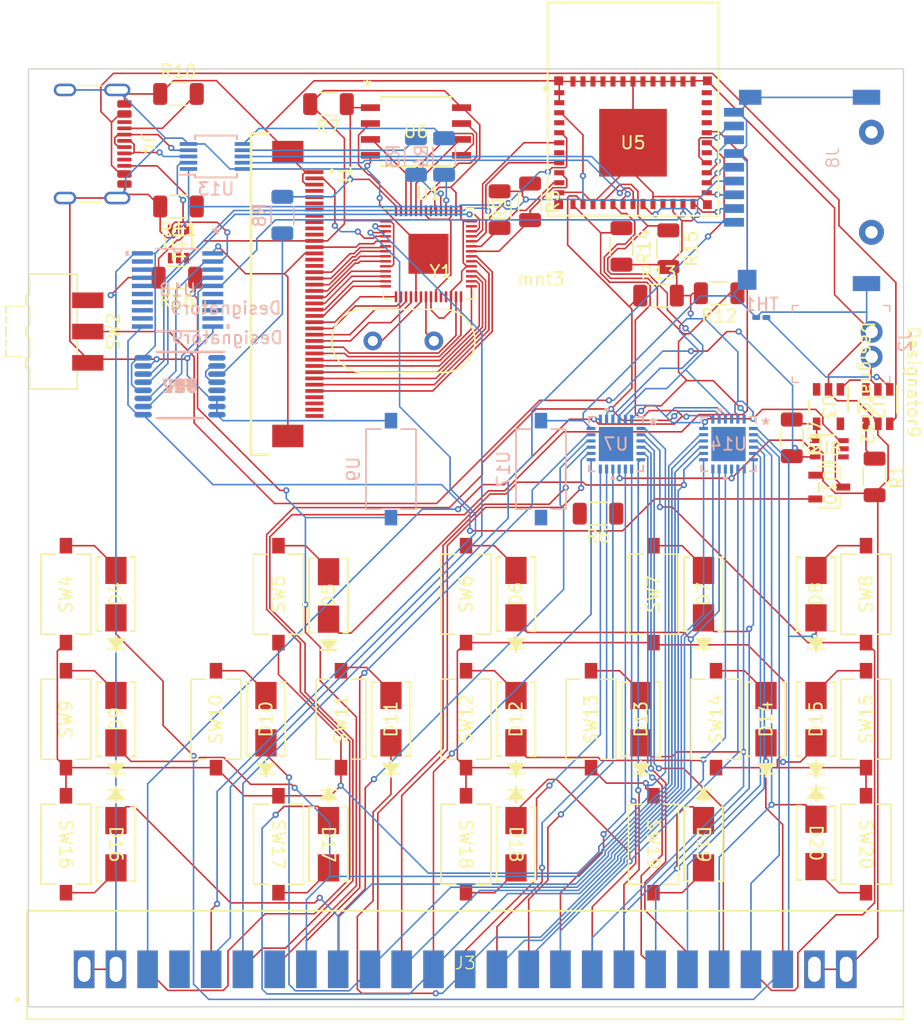
<source format=kicad_pcb>
(kicad_pcb (version 20221018) (generator pcbnew)
  (layers (0 "F.Cu" signal) (31 "B.Cu" signal) (34 "B.Paste" user) (35 "F.Paste" user) (36 "B.SilkS" user "B.Silkscreen") (37 "F.SilkS" user "F.Silkscreen") (38 "B.Mask" user) (39 "F.Mask" user) (44 "Edge.Cuts" user))
  (net 0 "")
  (net 1 "GND")
  (net 2 "Net-(U2-OUT)")
  (net 3 "/RP2040_UART0_TX")
  (net 4 "/RP2040_UART0_RX")
  (net 5 "/DISP_CONN/LEDA")
  (net 6 "/DISP_CONN/RESET")
  (net 7 "/DISP_CONN/DB15")
  (net 8 "/DISP_CONN/DB14")
  (net 9 "/DISP_CONN/DB13")
  (net 10 "/DISP_CONN/DB12")
  (net 11 "/DISP_CONN/DB11")
  (net 12 "/DISP_CONN/DB10")
  (net 13 "/DISP_CONN/DB9")
  (net 14 "/DISP_CONN/DB8")
  (net 15 "/DISP_CONN/DB7")
  (net 16 "/DISP_CONN/DB6")
  (net 17 "/DISP_CONN/DB5")
  (net 18 "/DISP_CONN/DB4")
  (net 19 "Net-(U1-XIN)")
  (net 20 "Net-(U1-XOUT)")
  (net 21 "Net-(U1-VREG_VOUT)")
  (net 22 "/DISP_CONN/DB3")
  (net 23 "/DISP_CONN/DB2")
  (net 24 "/DISP_CONN/DB1")
  (net 25 "/DISP_CONN/DB0")
  (net 26 "/DISP_CONN/RD")
  (net 27 "/DISP_CONN/WR")
  (net 28 "/DISP_CONN/RS (D{slash}C)")
  (net 29 "/DISP_CONN/CS")
  (net 30 "/RP2040_CHIP_EN_OUT")
  (net 32 "Net-(U1-USB_DM)")
  (net 33 "Net-(U1-USB_DP)")
  (net 34 "Net-(U1-QSPI_SD3)")
  (net 35 "Net-(U1-QSPI_SCLK)")
  (net 36 "Net-(U1-QSPI_SD0)")
  (net 37 "Net-(U1-QSPI_SD2)")
  (net 38 "Net-(U1-QSPI_SD1)")
  (net 39 "Net-(U1-QSPI_SS)")
  (net 40 "Net-(U2-TS)")
  (net 41 "Net-(U2-ISET)")
  (net 42 "VBUS")
  (net 45 "/RUN_MODE")
  (net 46 "/FLASH_LATCH")
  (net 47 "/LATCH_PULSE")
  (net 48 "+3.3V")
  (net 51 "/CHIP_EN")
  (net 52 "/GPIO_I2C_SDA")
  (net 53 "/GPIO_I2C_SCL")
  (net 54 "/64_GPIO_I2C/~{INT}")
  (net 55 "/64_GPIO_I2C/~{RESET}")
  (net 56 "/ESP32/D-")
  (net 57 "/ESP32/D+")
  (net 58 "/ESP32/IO_14")
  (net 60 "/ESP32/IO_18")
  (net 61 "/GPIO_I2C_INT")
  (net 62 "/ESP32/IO_20")
  (net 63 "/ESP32/IO_21")
  (net 64 "/ESP32/IO_22")
  (net 65 "/ESP32/IO_23")
  (net 70 "/KPA0")
  (net 71 "/KPA1")
  (net 72 "/KPA2")
  (net 73 "/KPA3")
  (net 74 "/KPA4")
  (net 75 "/KPA5")
  (net 76 "/KPA6")
  (net 77 "/KPA7")
  (net 78 "/KPA8")
  (net 79 "/KPA9")
  (net 80 "/KPA10")
  (net 81 "/KPA11")
  (net 82 "/KPA12")
  (net 83 "/KPA13")
  (net 84 "/KPA14")
  (net 85 "/KPA15")
  (net 89 "/RP2040_BOOTPIN")
  (net 90 "/MODE_MUX/D+")
  (net 91 "/MODE_MUX/D-")
  (net 92 "/MODE_MUX/D- Y")
  (net 93 "/MODE_MUX/D+ Y")
  (net 94 "/KPB0")
  (net 95 "/KPB1")
  (net 96 "/KPB2")
  (net 97 "/KPB3")
  (net 98 "/KPB4")
  (net 99 "/KPB5")
  (net 100 "/KPB6")
  (net 101 "/KPB7")
  (net 102 "/KPB8")
  (net 103 "/KPB9")
  (net 104 "/KPB10")
  (net 105 "/KPB11")
  (net 106 "/KPB12")
  (net 107 "/KPB13")
  (net 108 "/KPB14")
  (net 109 "/KPB15")
  (net 111 "Net-(J4-CC1)")
  (net 113 "Net-(J4-CC2)")
  (net 115 "/PWR_RP2040")
  (net 130 "/MODE_PIN")
  (net 131 "/FLASH_PIN")
  (net 132 "/ESP32_UART0_RX")
  (net 133 "/ESP32_UART0_TX")
  (net 134 "/GLOBAL_RESET_PIN")
  (net 137 "VCC")
  (net 138 "Net-(D4-A)")
  (net 139 "Net-(D5-A)")
  (net 140 "Net-(D6-A)")
  (net 141 "Net-(D7-A)")
  (net 142 "Net-(D8-A)")
  (net 143 "Net-(D9-A)")
  (net 144 "Net-(D10-A)")
  (net 145 "Net-(D11-A)")
  (net 146 "Net-(D12-A)")
  (net 147 "Net-(D13-A)")
  (net 148 "Net-(D14-A)")
  (net 149 "Net-(D15-A)")
  (net 150 "Net-(D16-A)")
  (net 151 "Net-(D17-A)")
  (net 152 "Net-(D18-A)")
  (net 153 "Net-(D19-A)")
  (net 154 "Net-(D20-A)")
  (net 155 "/ESP32/LP_UART_RXD")
  (net 156 "/ESP32/LP_UART_TXD")
  (net 157 "/ESP32/LP_UART_RTSN")
  (net 158 "/ESP32/LP_UART_CTSN")
  (net 171 "Net-(U1-SWCLK)")
  (net 172 "Net-(U1-SWD)")
  (net 173 "/ESP32/IO_19")
  (net 176 "Net-(U12-B0)")
  (footprint "footprints:SMA_SDS" (layer "F.Cu") (at 83 81.8951 -90)
    (fp_text reference "D20")
    (fp_text value "D_Small")
  )
  (footprint "footprints:DBV0005A_N" (layer "F.Cu") (at 84 47 -90)
    (fp_text reference "U3")
    (fp_text value "TPS613221ADBVR")
  )
  (footprint "Resistor_SMD:R_1206_3216Metric" (layer "F.Cu") (at 32 22)
    (fp_text reference "R10")
    (fp_text value "5.1k")
  )
  (footprint "Resistor_SMD:R_1206_3216Metric" (layer "F.Cu") (at 44 22.8125 180)
    (fp_text reference "R7")
    (fp_text value "10k")
  )
  (footprint "Button_Switch_SMD:SW_Tactile_SPST_NO_Straight_CK_PTS636Sx25SMTRLFS" (layer "F.Cu") (at 55 62 90)
    (fp_text reference "SW6")
    (fp_text value "KP_UP")
  )
  (footprint "footprints:SMA_SDS" (layer "F.Cu") (at 59 72 90)
    (fp_text reference "D12")
    (fp_text value "D_Small")
  )
  (footprint "Resistor_SMD:R_1206_3216Metric" (layer "F.Cu") (at 75.25 37.9375 180)
    (fp_text reference "R12")
    (fp_text value "2k")
  )
  (footprint "footprints:DBV0006A_N" (layer "F.Cu") (at 87.95 47 -90)
    (fp_text reference "U2")
    (fp_text value "BQ21040DBVR")
  )
  (footprint "Button_Switch_SMD:SW_Tactile_SPST_NO_Straight_CK_PTS636Sx25SMTRLFS" (layer "F.Cu") (at 87 62 90)
    (fp_text reference "SW8")
    (fp_text value "KP_POWER")
  )
  (footprint "Button_Switch_SMD:SW_Tactile_SPST_NO_Straight_CK_PTS636Sx25SMTRLFS" (layer "F.Cu") (at 55 82 -90)
    (fp_text reference "SW18")
    (fp_text value "KP_DOWN")
  )
  (footprint "5530843_5:edgeport" (layer "F.Cu") (at 54.9375 92)
    (fp_text reference "J3")
    (fp_text value "5530843-5")
  )
  (footprint "Resistor_SMD:R_1206_3216Metric" (layer "F.Cu") (at 70.4 38.125)
    (fp_text reference "R13")
    (fp_text value "2k")
  )
  (footprint "Button_Switch_SMD:SW_Tactile_SPST_NO_Straight_CK_PTS636Sx25SMTRLFS" (layer "F.Cu") (at 87 72 90)
    (fp_text reference "SW15")
    (fp_text value "KP_PROG")
  )
  (footprint "Button_Switch_SMD:SW_Tactile_SPST_NO_Straight_CK_PTS636Sx25SMTRLFS" (layer "F.Cu") (at 23 82 -90)
    (fp_text reference "SW16")
    (fp_text value "KP_MENU")
  )
  (footprint "Resistor_SMD:R_1206_3216Metric" (layer "F.Cu") (at 67.4375 34.1875 -90)
    (fp_text reference "R14")
    (fp_text value "2k")
  )
  (footprint "footprints:DCK0006A_N" (layer "F.Cu") (at 84.0625 50.375)
    (fp_text reference "U8")
    (fp_text value "TPS22919DCKR")
  )
  (footprint "Button_Switch_SMD:SW_Tactile_SPST_NO_Straight_CK_PTS636Sx25SMTRLFS" (layer "F.Cu") (at 45 72 90)
    (fp_text reference "SW11")
    (fp_text value "KP_LEFT")
  )
  (footprint "Button_Switch_SMD:SW_Tactile_SPST_NO_Straight_CK_PTS636Sx25SMTRLFS" (layer "F.Cu") (at 23 72 90)
    (fp_text reference "SW9")
    (fp_text value "KP_ALT")
  )
  (footprint "footprints:ESP32-C6_EXP" (layer "F.Cu") (at 68.3621 23.2109)
    (fp_text reference "U5")
    (fp_text value "ESP32-C6-MINI-1-H4")
  )
  (footprint "MountingHole:MountingHole_2.2mm_M2" (layer "F.Cu") (at 61 40)
    (fp_text reference "mnt3")
    (fp_text value "MountingHole_2.2mm_M2")
  )
  (footprint "footprints:SMA_SDS" (layer "F.Cu") (at 59 62 90)
    (fp_text reference "D6")
    (fp_text value "D_Small")
  )
  (footprint "footprints:SMA_SDS" (layer "F.Cu") (at 27 82 -90)
    (fp_text reference "D16")
    (fp_text value "D_Small")
  )
  (footprint "footprints:SMA_SDS" (layer "F.Cu") (at 27 62 90)
    (fp_text reference "D4")
    (fp_text value "D_Small")
  )
  (footprint "footprints:SMA_SDS" (layer "F.Cu") (at 69 72 90)
    (fp_text reference "D13")
    (fp_text value "D_Small")
  )
  (footprint "footprints:SMA_SDS" (layer "F.Cu") (at 39 72 90)
    (fp_text reference "D10")
    (fp_text value "D_Small")
  )
  (footprint "Resistor_SMD:R_1206_3216Metric" (layer "F.Cu") (at 71.1875 34.375 -90)
    (fp_text reference "R15")
    (fp_text value "2k")
  )
  (footprint "Resistor_SMD:R_1206_3216Metric" (layer "F.Cu") (at 87.6875 52.625 -90)
    (fp_text reference "R1")
    (fp_text value "1K")
  )
  (footprint "Button_Switch_SMD:SW_Tactile_SPST_NO_Straight_CK_PTS636Sx25SMTRLFS" (layer "F.Cu") (at 55 72 90)
    (fp_text reference "SW12")
    (fp_text value "KP_OK")
  )
  (footprint "Button_Switch_SMD:SW_SPDT_CK-JS102011SAQN" (layer "F.Cu") (at 22 41 -90)
    (fp_text reference "SW2")
    (fp_text value "PWR_SWITCH")
  )
  (footprint "footprints:SMA_SDS" (layer "F.Cu") (at 49 72 90)
    (fp_text reference "D11")
    (fp_text value "D_Small")
  )
  (footprint "Resistor_SMD:R_1206_3216Metric" (layer "F.Cu") (at 57.6875 31.25 -90)
    (fp_text reference "R9")
    (fp_text value "10k")
  )
  (footprint "footprints:SMA_SDS" (layer "F.Cu") (at 74 62 90)
    (fp_text reference "D7")
    (fp_text value "D_Small")
  )
  (footprint "Package_DFN_QFN:QFN-56-1EP_7x7mm_P0.4mm_EP3.2x3.2mm" (layer "F.Cu") (at 52 34.7812)
    (fp_text reference "U1")
    (fp_text value "RP2040")
  )
  (footprint "Button_Switch_SMD:SW_Tactile_SPST_NO_Straight_CK_PTS636Sx25SMTRLFS" (layer "F.Cu") (at 40 82 -90)
    (fp_text reference "SW17")
    (fp_text value "KP_BACK")
  )
  (footprint "footprints:GCT_FFC2B21-40-T_REVA" (layer "F.Cu") (at 42.875 38 -90)
    (fp_text reference "J1")
    (fp_text value "FFC2B21-40-T_REVA")
  )
  (footprint "footprints:SMA_SDS" (layer "F.Cu") (at 44 62.1049 90)
    (fp_text reference "D5")
    (fp_text value "D_Small")
  )
  (footprint "Resistor_SMD:R_1206_3216Metric" (layer "F.Cu") (at 32 31 180)
    (fp_text reference "R11")
    (fp_text value "5.1k")
  )
  (footprint "Button_Switch_SMD:SW_Tactile_SPST_NO_Straight_CK_PTS636Sx25SMTRLFS" (layer "F.Cu") (at 87 82 -90)
    (fp_text reference "SW20")
    (fp_text value "KP_FUNCS")
  )
  (footprint "Button_Switch_SMD:SW_Tactile_SPST_NO_Straight_CK_PTS636Sx25SMTRLFS" (layer "F.Cu") (at 75 72 90)
    (fp_text reference "SW14")
    (fp_text value "KP_HELP")
  )
  (footprint "Resistor_SMD:R_1206_3216Metric" (layer "F.Cu") (at 31.875 36.6875 180)
    (fp_text reference "R16")
    (fp_text value "10k")
  )
  (footprint "Resistor_SMD:R_1206_3216Metric" (layer "F.Cu") (at 65.5625 55.5625 180)
    (fp_text reference "R6")
    (fp_text value "10k")
  )
  (footprint "Button_Switch_SMD:SW_Tactile_SPST_NO_Straight_CK_PTS636Sx25SMTRLFS" (layer "F.Cu") (at 35 72 90)
    (fp_text reference "SW10")
    (fp_text value "KP_MODLOCK")
  )
  (footprint "footprints:SMA_SDS" (layer "F.Cu") (at 27 72 90)
    (fp_text reference "D9")
    (fp_text value "D_Small")
  )
  (footprint "Resistor_SMD:R_1206_3216Metric" (layer "F.Cu") (at 81.0625 49.5 -90)
    (fp_text reference "R17")
    (fp_text value "10k")
  )
  (footprint "footprints:SMA_SDS" (layer "F.Cu") (at 83 72 90)
    (fp_text reference "D15")
    (fp_text value "D_Small")
  )
  (footprint "footprints:SMA_SDS" (layer "F.Cu") (at 79 72 90)
    (fp_text reference "D14")
    (fp_text value "D_Small")
  )
  (footprint "Button_Switch_SMD:SW_Tactile_SPST_NO_Straight_CK_PTS636Sx25SMTRLFS" (layer "F.Cu") (at 70 62 90)
    (fp_text reference "SW7")
    (fp_text value "KP_HOME")
  )
  (footprint "footprints:SOT-23_M3_MCH" (layer "F.Cu") (at 84.0625 53.4375 -90)
    (fp_text reference "U10")
    (fp_text value "~")
  )
  (footprint "Button_Switch_SMD:SW_Tactile_SPST_NO_Straight_CK_PTS636Sx25SMTRLFS" (layer "F.Cu") (at 23 62 90)
    (fp_text reference "SW4")
    (fp_text value "KP_CTRL")
  )
  (footprint "footprints:DCK0006A_N" (layer "F.Cu") (at 32 34 -90)
    (fp_text reference "U11")
    (fp_text value "TPS22919DCKR")
  )
  (footprint "footprints:SMA_SDS" (layer "F.Cu") (at 83 62 90)
    (fp_text reference "D8")
    (fp_text value "D_Small" hide)
  )
  (footprint "footprints:SOIC-8_5P28X5P28_WIN" (layer "F.Cu") (at 51 25)
    (fp_text reference "U6")
    (fp_text value "W25Q32JVSSIQ")
  )
  (footprint "footprints:SMA_SDS" (layer "F.Cu") (at 74 82 -90)
    (fp_text reference "D19")
    (fp_text value "D_Small")
  )
  (footprint "footprints:SMA_SDS" (layer "F.Cu") (at 44 82 -90)
    (fp_text reference "D17")
    (fp_text value "D_Small")
  )
  (footprint "Connector_USB:USB_C_Receptacle_GCT_USB4105-xx-A_16P_TopMnt_Horizontal" (layer "F.Cu") (at 24 26 -90)
    (fp_text reference "J4")
    (fp_text value "USB4105-GF-A")
  )
  (footprint "Button_Switch_SMD:SW_Tactile_SPST_NO_Straight_CK_PTS636Sx25SMTRLFS" (layer "F.Cu") (at 65 72 90)
    (fp_text reference "SW13")
    (fp_text value "KP_RIGHT")
  )
  (footprint "Crystal:Crystal_HC49-4H_Vertical" (layer "F.Cu") (at 47.55 41.75)
    (fp_text reference "Y1")
    (fp_text value "12MHz")
  )
  (footprint "Button_Switch_SMD:SW_Tactile_SPST_NO_Straight_CK_PTS636Sx25SMTRLFS" (layer "F.Cu") (at 70 82 -90)
    (fp_text reference "SW19")
    (fp_text value "KP_TASKS")
  )
  (footprint "Button_Switch_SMD:SW_Tactile_SPST_NO_Straight_CK_PTS636Sx25SMTRLFS" (layer "F.Cu") (at 40 62 90)
    (fp_text reference "SW5")
    (fp_text value "KP_SHIFT")
  )
  (footprint "footprints:SMA_SDS" (layer "F.Cu") (at 59 82 -90)
    (fp_text reference "D18")
    (fp_text value "D_Small")
  )
  (footprint "Resistor_SMD:R_1206_3216Metric" (layer "F.Cu") (at 60.125 30.625 -90)
    (fp_text reference "R5")
    (fp_text value "10k")
  )
  (footprint "Package_SO:MSOP-10_3x3mm_P0.5mm" (layer "B.Cu") (at 35 27)
    (fp_text reference "U13")
    (fp_text value "FSUSB42MUX")
  )
  (footprint "digikey-footprints:PinHeader_1x2_P2mm_Drill1mm_RA" (layer "B.Cu") (at 87.45 43.02 90)
    (fp_text reference "J2")
    (fp_text value "battery")
  )
  (footprint "Resistor_SMD:R_1206_3216Metric" (layer "B.Cu") (at 40.3125 31.6875 -90)
    (fp_text reference "R8")
    (fp_text value "1k")
  )
  (footprint "Resistor_SMD:R_1206_3216Metric" (layer "B.Cu") (at 53.25 27 -90)
    (fp_text reference "R4")
    (fp_text value "27")
  )
  (footprint "footprints:PW0016A_N" (layer "B.Cu") (at 32.125 45.375 180)
    (fp_text reference "U12")
    (fp_text value "CD4053B")
  )
  (footprint "Button_Switch_SMD:SW_Tactile_SPST_NO_Straight_CK_PTS636Sx25SMTRLFS" (layer "B.Cu") (at 61 52 -90)
    (fp_text reference "U17")
    (fp_text value "MODE_BTN")
  )
  (footprint "Button_Switch_SMD:SW_Tactile_SPST_NO_Straight_CK_PTS636Sx25SMTRLFS" (layer "B.Cu") (at 49 52 -90)
    (fp_text reference "U9")
    (fp_text value "FLASH_BTN")
  )
  (footprint "footprints:TQFN44-24_KIN" (layer "B.Cu") (at 67 50 180)
    (fp_text reference "U7")
    (fp_text value "KTS1622EUAA-TR")
  )
  (footprint "5530843_5:msd-11-a" (layer "B.Cu") (at 84.8375 27.1125 -90)
    (fp_text reference "J8")
    (fp_text value "Micro_SD_Card")
  )
  (footprint "footprints:TQFN44-24_KIN" (layer "B.Cu") (at 76 50 180)
    (fp_text reference "U14")
    (fp_text value "KTS1622EUAA-TR")
  )
  (footprint "footprints:PW20" (layer "B.Cu") (at 31.9306 37.675 180)
    (fp_text reference "U18")
    (fp_text value "SN74HCT373PWR")
  )
  (footprint "Resistor_SMD:R_0201_0603Metric_Pad0.64x0.40mm_HandSolder" (layer "B.Cu") (at 78.625 39.875 180)
    (fp_text reference "TH1")
    (fp_text value "battery thermistor")
  )
  (footprint "Resistor_SMD:R_1206_3216Metric" (layer "B.Cu") (at 51 27 -90)
    (fp_text reference "R3")
    (fp_text value "27")
  )
  (gr_rect (start 20 20) (end 90 95) (stroke (width 0.1)) (fill none) (layer "Edge.Cuts"))
  (segment (start 48.0948 30.323) (end 48.0948 30.876) (width 0.125) (layer "F.Cu") (net 1))
  (segment (start 42.1534 28.25) (end 40.75 26.8466) (width 0.125) (layer "F.Cu") (net 1))
  (segment (start 64.3094 29.868) (end 65.1617 30.7203) (width 0.125) (layer "F.Cu") (net 1))
  (segment (start 40.75 36.6475) (end 40.75 49.35) (width 0.125) (layer "F.Cu") (net 1))
  (segment (start 84.6846 46.5379) (end 84 45.8533) (width 0.125) (layer "F.Cu") (net 1))
  (segment (start 69.1622 21) (end 69.9623 21) (width 0.125) (layer "F.Cu") (net 1))
  (segment (start 38.9438 24.8437) (end 40.75 26.65) (width 0.125) (layer "F.Cu") (net 1))
  (segment (start 67.562 21) (end 68.3621 21) (width 0.125) (layer "F.Cu") (net 1))
  (segment (start 82.9375 50.375) (end 82.537503 50.375) (width 0.125) (layer "F.Cu") (net 1))
  (segment (start 47.1078 27.7445) (end 47.3551 27.4972) (width 0.125) (layer "F.Cu") (net 1))
  (segment (start 74.3129 30.8508) (end 73.664 30.2019) (width 0.125) (layer "F.Cu") (net 1))
  (segment (start 23.3106 30.32) (end 23.3106 41.7717) (width 0.125) (layer "F.Cu") (net 1))
  (segment (start 41.9461 28.4573) (end 42.1534 28.25) (width 0.125) (layer "F.Cu") (net 1))
  (segment (start 64.3616 21) (end 63.5615 21) (width 0.125) (layer "F.Cu") (net 1))
  (segment (start 23.3106 30.32) (end 27.105 30.32) (width 0.125) (layer "F.Cu") (net 1))
  (segment (start 69.9623 21) (end 70.7624 21) (width 0.125) (layer "F.Cu") (net 1))
  (segment (start 87.6875 53.9335) (end 88.7673 52.8537) (width 0.125) (layer "F.Cu") (net 1))
  (segment (start 86.2849 46.5379) (end 84.6846 46.5379) (width 0.125) (layer "F.Cu") (net 1))
  (segment (start 62.4621 22.6996) (end 62.4621 21.8995) (width 0.125) (layer "F.Cu") (net 1))
  (segment (start 30.5375 22) (end 27.935 22) (width 0.125) (layer "F.Cu") (net 1))
  (segment (start 83.5556 52.9455) (end 83.5556 52.4875) (width 0.125) (layer "F.Cu") (net 1))
  (segment (start 27.105 21.68) (end 27.68 22.255) (width 0.125) (layer "F.Cu") (net 1))
  (segment (start 40.4803 36.3778) (end 40.75 36.6475) (width 0.125) (layer "F.Cu") (net 1))
  (segment (start 30.5375 32.9875) (end 30.5375 31) (width 0.125) (layer "F.Cu") (net 1))
  (segment (start 64.3616 21) (end 65.1617 21) (width 0.125) (layer "F.Cu") (net 1))
  (segment (start 70.7624 21) (end 71.5625 21) (width 0.125) (layer "F.Cu") (net 1))
  (segment (start 76.2501 52.7336) (end 67.2944 52.7336) (width 0.125) (layer "F.Cu") (net 1))
  (segment (start 35.0346 20.9346) (end 31.6029 20.9346) (width 0.125) (layer "F.Cu") (net 1))
  (segment (start 69.9623 30.2019) (end 69.9623 30.8) (width 0.125) (layer "F.Cu") (net 1))
  (segment (start 41.9461 28.9862) (end 41.9461 28.4573) (width 0.125) (layer "F.Cu") (net 1))
  (segment (start 32.6271 43.2111) (end 32.7077 43.1305) (width 0.125) (layer "F.Cu") (net 1))
  (segment (start 62.4621 21) (end 62.4621 21.8995) (width 0.125) (layer "F.Cu") (net 1))
  (segment (start 87.45 41.02) (end 84 44.47) (width 0.125) (layer "F.Cu") (net 1))
  (segment (start 67.2944 52.7336) (end 67.2926 52.7354) (width 0.125) (layer "F.Cu") (net 1))
  (segment (start 48.0948 30.876) (end 52 34.7812) (width 0.125) (layer "F.Cu") (net 1))
  (segment (start 62.4621 21) (end 63.5615 21) (width 0.125) (layer "F.Cu") (net 1))
  (segment (start 83.5556 52.4875) (end 83.5555 52.4875) (width 0.125) (layer "F.Cu") (net 1))
  (segment (start 71.5625 21) (end 72.3626 21) (width 0.125) (layer "F.Cu") (net 1))
  (segment (start 40.4803 36.3778) (end 42.1081 34.75) (width 0.125) (layer "F.Cu") (net 1))
  (segment (start 84.5436 53.9335) (end 83.5556 52.9455) (width 0.125) (layer "F.Cu") (net 1))
  (segment (start 37.3678 36.3778) (end 40.4803 36.3778) (width 0.125) (layer "F.Cu") (net 1))
  (segment (start 27.68 22.255) (end 27.68 22.8) (width 0.125) (layer "F.Cu") (net 1))
  (segment (start 62.4621 30.8) (end 62.4621 29.9005) (width 0.125) (layer "F.Cu") (net 1))
  (segment (start 69.9623 29.9046) (end 68.3621 28.3044) (width 0.125) (layer "F.Cu") (net 1))
  (segment (start 73.2135 20.9492) (end 74.3129 20.9492) (width 0.125) (layer "F.Cu") (net 1))
  (segment (start 84 44.47) (end 84 45.625) (width 0.125) (layer "F.Cu") (net 1))
  (segment (start 42.1081 34.75) (end 42.875 34.75) (width 0.125) (layer "F.Cu") (net 1))
  (segment (start 35.1812 34.1912) (end 37.3678 36.3778) (width 0.125) (layer "F.Cu") (net 1))
  (segment (start 82.537503 50.375) (end 81.850003 49.6875) (width 0.125) (layer "F.Cu") (net 1))
  (segment (start 68.3621 21) (end 69.1622 21) (width 0.125) (layer "F.Cu") (net 1))
  (segment (start 85.4175 92) (end 82.8775 92) (width 0.125) (layer "F.Cu") (net 1))
  (segment (start 81.850003 49.6875) (end 79.2962 49.6875) (width 0.125) (layer "F.Cu") (net 1))
  (segment (start 83.5555 52.4875) (end 82.9449 52.4875) (width 0.125) (layer "F.Cu") (net 1))
  (segment (start 73.664 30.2019) (end 69.9623 30.2019) (width 0.125) (layer "F.Cu") (net 1))
  (segment (start 66.7619 21) (end 67.562 21) (width 0.125) (layer "F.Cu") (net 1))
  (segment (start 27.68 30.0325) (end 27.68 29.2) (width 0.125) (layer "F.Cu") (net 1))
  (segment (start 68.3621 21) (end 68.3621 25.9) (width 0.125) (layer "F.Cu") (net 1))
  (segment (start 69.9623 30.2019) (end 69.9623 29.9046) (width 0.125) (layer "F.Cu") (net 1))
  (segment (start 74.3129 20.9492) (end 84.4814 31.1177) (width 0.125) (layer "F.Cu") (net 1))
  (segment (start 32 33.1179) (end 31.6285 33.4894) (width 0.125) (layer "F.Cu") (net 1))
  (segment (start 72.3626 21) (end 73.1627 21) (width 0.125) (layer "F.Cu") (net 1))
  (segment (start 42.8383 20.9492) (end 62.4113 20.9492) (width 0.125) (layer "F.Cu") (net 1))
  (segment (start 65.1617 21) (end 65.9618 21) (width 0.125) (layer "F.Cu") (net 1))
  (segment (start 84.4814 31.1177) (end 84.4814 38.0514) (width 0.125) (layer "F.Cu") (net 1))
  (segment (start 79.2962 49.6875) (end 76.2501 52.7336) (width 0.125) (layer "F.Cu") (net 1))
  (segment (start 23.3106 41.7717) (end 24.75 43.2111) (width 0.125) (layer "F.Cu") (net 1))
  (segment (start 62.4946 29.868) (end 64.3094 29.868) (width 0.125) (layer "F.Cu") (net 1))
  (segment (start 85.4175 92) (end 87.9413 89.4762) (width 0.125) (layer "F.Cu") (net 1))
  (segment (start 27.935 22) (end 27.68 22.255) (width 0.125) (layer "F.Cu") (net 1))
  (segment (start 88.7673 52.8537) (end 88.7673 50.1041) (width 0.125) (layer "F.Cu") (net 1))
  (segment (start 84.4814 38.0514) (end 87.45 41.02) (width 0.125) (layer "F.Cu") (net 1))
  (segment (start 31.6285 33.4894) (end 31.0394 33.4894) (width 0.125) (layer "F.Cu") (net 1))
  (segment (start 42.1534 28.25) (end 42.875 28.25) (width 0.125) (layer "F.Cu") (net 1))
  (segment (start 51 38.2187) (end 51 35.7812) (width 0.125) (layer "F.Cu") (net 1))
  (segment (start 87.6875 53.9335) (end 84.5436 53.9335) (width 0.125) (layer "F.Cu") (net 1))
  (segment (start 24.75 43.2111) (end 30.254 43.2111) (width 0.125) (layer "F.Cu") (net 1))
  (segment (start 83.5555 50.7274) (end 83.2031 50.375) (width 0.125) (layer "F.Cu") (net 1))
  (segment (start 87.9413 89.4762) (end 87.9413 54.3413) (width 0.125) (layer "F.Cu") (net 1))
  (segment (start 87.95 48.203) (end 86.2849 46.5379) (width 0.125) (layer "F.Cu") (net 1))
  (segment (start 31.6029 20.9346) (end 30.5375 22) (width 0.125) (layer "F.Cu") (net 1))
  (segment (start 83.5555 52.4875) (end 83.5555 50.7274) (width 0.125) (layer "F.Cu") (net 1))
  (segment (start 29.57 30.0325) (end 30.5375 31) (width 0.125) (layer "F.Cu") (net 1))
  (segment (start 67.5776 28.3044) (end 65.1617 30.7203) (width 0.125) (layer "F.Cu") (net 1))
  (segment (start 31.0394 33.4894) (end 30.5375 32.9875) (width 0.125) (layer "F.Cu") (net 1))
  (segment (start 38.9438 24.8437) (end 42.8383 20.9492) (width 0.125) (layer "F.Cu") (net 1))
  (segment (start 38.9438 24.8437) (end 35.0346 20.9346) (width 0.125) (layer "F.Cu") (net 1))
  (segment (start 87.95 49.2868) (end 87.95 48.375) (width 0.125) (layer "F.Cu") (net 1))
  (segment (start 30.254 43.2111) (end 32.6271 43.2111) (width 0.125) (layer "F.Cu") (net 1))
  (segment (start 42.2099 29.25) (end 41.9461 28.9862) (width 0.125) (layer "F.Cu") (net 1))
  (segment (start 88.7673 50.1041) (end 87.95 49.2868) (width 0.125) (layer "F.Cu") (net 1))
  (segment (start 47.3551 27.4972) (end 47.3551 26.905) (width 0.125) (layer "F.Cu") (net 1))
  (segment (start 65.9618 21) (end 66.7619 21) (width 0.125) (layer "F.Cu") (net 1))
  (segment (start 42.875 29.25) (end 42.2099 29.25) (width 0.125) (layer "F.Cu") (net 1))
  (segment (start 27.68 30.0325) (end 29.57 30.0325) (width 0.125) (layer "F.Cu") (net 1))
  (via (at 48.0948 30.323) (size 0.5) (drill 0.25) (layers "F.Cu" "B.Cu") (net 1))
  (via (at 76.2501 52.7336) (size 0.5) (drill 0.25) (layers "F.Cu" "B.Cu") (net 1))
  (via (at 35.1812 34.1912) (size 0.5) (drill 0.25) (layers "F.Cu" "B.Cu") (net 1))
  (via (at 30.254 43.2111) (size 0.5) (drill 0.25) (layers "F.Cu" "B.Cu") (net 1))
  (via (at 47.1078 27.7445) (size 0.5) (drill 0.25) (layers "F.Cu" "B.Cu") (net 1))
  (via (at 67.2926 52.7354) (size 0.5) (drill 0.25) (layers "F.Cu" "B.Cu") (net 1))
  (via (at 32.7077 43.1305) (size 0.5) (drill 0.25) (layers "F.Cu" "B.Cu") (net 1))
  (segment (start 47.0285 28) (end 47.1078 27.9207) (width 0.125) (layer "B.Cu") (net 1))
  (segment (start 35.075 47) (end 35.075 46.35) (width 0.125) (layer "B.Cu") (net 1))
  (segment (start 87.05 39.4473) (end 87.05 37.175) (width 0.125) (layer "B.Cu") (net 1))
  (segment (start 64.3814 47.5209) (end 73.7537 38.1486) (width 0.125) (layer "B.Cu") (net 1))
  (segment (start 78.6452 39.4473) (end 78.2175 39.875) (width 0.125) (layer "B.Cu") (net 1))
  (segment (start 27.7721 28.7179) (end 27.7721 29.6529) (width 0.125) (layer "B.Cu") (net 1))
  (segment (start 49 48.125) (end 35.55 48.125) (width 0.125) (layer "B.Cu") (net 1))
  (segment (start 73.7537 38.1486) (end 76.4911 38.1486) (width 0.125) (layer "B.Cu") (net 1))
  (segment (start 32.7077 44.5267) (end 32.7077 43.1305) (width 0.125) (layer "B.Cu") (net 1))
  (segment (start 64.3814 48.125) (end 65.0061 48.7497) (width 0.125) (layer "B.Cu") (net 1))
  (segment (start 27.7721 29.6529) (end 27.105 30.32) (width 0.125) (layer "B.Cu") (net 1))
  (segment (start 77.75 22.275) (end 87.05 22.275) (width 0.125) (layer "B.Cu") (net 1))
  (segment (start 48.0948 29.0663) (end 48.0948 30.323) (width 0.125) (layer "B.Cu") (net 1))
  (segment (start 67.2501 51.9939) (end 67.2501 52.6929) (width 0.125) (layer "B.Cu") (net 1))
  (segment (start 64.3814 48.125) (end 64.3814 47.5209) (width 0.125) (layer "B.Cu") (net 1))
  (segment (start 36.1158 28) (end 34.1158 26) (width 0.125) (layer "B.Cu") (net 1))
  (segment (start 77.4394 26.1561) (end 77.4394 24.1045) (width 0.125) (layer "B.Cu") (net 1))
  (segment (start 77.5 27.4545) (end 76.8205 26.775) (width 0.125) (layer "B.Cu") (net 1))
  (segment (start 34.1158 26) (end 32.8 26) (width 0.125) (layer "B.Cu") (net 1))
  (segment (start 32.8 26) (end 32.3325 25.5325) (width 0.125) (layer "B.Cu") (net 1))
  (segment (start 47.0285 28) (end 48.0948 29.0663) (width 0.125) (layer "B.Cu") (net 1))
  (segment (start 34.531 46.35) (end 32.7077 44.5267) (width 0.125) (layer "B.Cu") (net 1))
  (segment (start 35.55 48.125) (end 35.075 47.65) (width 0.125) (layer "B.Cu") (net 1))
  (segment (start 47.0285 28) (end 37.2 28) (width 0.125) (layer "B.Cu") (net 1))
  (segment (start 76.4911 37.8839) (end 76.4911 38.1486) (width 0.125) (layer "B.Cu") (net 1))
  (segment (start 77.4394 24.1045) (end 76.8099 23.475) (width 0.125) (layer "B.Cu") (net 1))
  (segment (start 77.5 36.875) (end 77.5 27.4545) (width 0.125) (layer "B.Cu") (net 1))
  (segment (start 30.9575 25.5325) (end 27.7721 28.7179) (width 0.125) (layer "B.Cu") (net 1))
  (segment (start 29.7151 43.75) (end 30.254 43.2111) (width 0.125) (layer "B.Cu") (net 1))
  (segment (start 32.3325 25.5325) (end 30.9575 25.5325) (width 0.125) (layer "B.Cu") (net 1))
  (segment (start 76.4911 38.1486) (end 78.2175 39.875) (width 0.125) (layer "B.Cu") (net 1))
  (segment (start 77.5 36.875) (end 76.4911 37.8839) (width 0.125) (layer "B.Cu") (net 1))
  (segment (start 76.8205 26.775) (end 77.4394 26.1561) (width 0.125) (layer "B.Cu") (net 1))
  (segment (start 61 48.125) (end 64.3814 48.125) (width 0.125) (layer "B.Cu") (net 1))
  (segment (start 37.2 28) (end 36.1158 28) (width 0.125) (layer "B.Cu") (net 1))
  (segment (start 67.2501 52.6929) (end 67.2926 52.7354) (width 0.125) (layer "B.Cu") (net 1))
  (segment (start 87.05 40.62) (end 87.05 39.4473) (width 0.125) (layer "B.Cu") (net 1))
  (segment (start 35.075 47.65) (end 35.075 47) (width 0.125) (layer "B.Cu") (net 1))
  (segment (start 30.9575 25.5325) (end 27.105 21.68) (width 0.125) (layer "B.Cu") (net 1))
  (segment (start 34.75 34.75) (end 34.75 34.6224) (width 0.125) (layer "B.Cu") (net 1))
  (segment (start 32.7077 43.1305) (end 34.75 41.0882) (width 0.125) (layer "B.Cu") (net 1))
  (segment (start 22.925 21.68) (end 27.105 21.68) (width 0.125) (layer "B.Cu") (net 1))
  (segment (start 34.75 34.6224) (end 35.1812 34.1912) (width 0.125) (layer "B.Cu") (net 1))
  (segment (start 87.05 39.4473) (end 78.6452 39.4473) (width 0.125) (layer "B.Cu") (net 1))
  (segment (start 76.8099 23.475) (end 77.75 22.5349) (width 0.125) (layer "B.Cu") (net 1))
  (segment (start 47.1078 27.9207) (end 47.1078 27.7445) (width 0.125) (layer "B.Cu") (net 1))
  (segment (start 76.2501 51.9939) (end 76.2501 52.7336) (width 0.125) (layer "B.Cu") (net 1))
  (segment (start 34.75 41.0882) (end 34.75 40.6) (width 0.125) (layer "B.Cu") (net 1))
  (segment (start 87.3935 44.8845) (end 85.6905 44.8845) (width 0.125) (layer "F.Cu") (net 2))
  (segment (start 87.3935 43.0765) (end 87.3935 44.8845) (width 0.125) (layer "F.Cu") (net 2))
  (segment (start 87.3935 44.8845) (end 87.95 45.441) (width 0.125) (layer "F.Cu") (net 2))
  (segment (start 85.6905 44.8845) (end 84.95 45.625) (width 0.125) (layer "F.Cu") (net 2))
  (segment (start 48.5625 32.5812) (end 47.748 32.5812) (width 0.125) (layer "F.Cu") (net 3))
  (segment (start 47.748 32.5812) (end 47.7475 32.5807) (width 0.125) (layer "F.Cu") (net 3))
  (via (at 47.7475 32.5807) (size 0.5) (drill 0.25) (layers "F.Cu" "B.Cu") (net 3))
  (segment (start 56.2699 41.1031) (end 47.7475 32.5807) (width 0.125) (layer "B.Cu") (net 3))
  (segment (start 36.1505 89.4731) (end 36.1505 77.4314) (width 0.125) (layer "B.Cu") (net 3))
  (segment (start 34.6175 91.0061) (end 36.1505 89.4731) (width 0.125) (layer "B.Cu") (net 3))
  (segment (start 56.2699 57.312) (end 56.2699 41.1031) (width 0.125) (layer "B.Cu") (net 3))
  (segment (start 36.1505 77.4314) (end 56.2699 57.312) (width 0.125) (layer "B.Cu") (net 3))
  (segment (start 35.0936 86.7719) (end 34.6175 87.248) (width 0.125) (layer "F.Cu") (net 4))
  (segment (start 34.6175 87.248) (end 34.6175 92) (width 0.125) (layer "F.Cu") (net 4))
  (segment (start 47.3661 33.0905) (end 47.3661 33.0906) (width 0.125) (layer "F.Cu") (net 4))
  (segment (start 48.4532 33.0905) (end 47.3661 33.0905) (width 0.125) (layer "F.Cu") (net 4))
  (segment (start 48.5625 32.9812) (end 48.4532 33.0905) (width 0.125) (layer "F.Cu") (net 4))
  (via (at 35.0936 86.7719) (size 0.5) (drill 0.25) (layers "F.Cu" "B.Cu") (net 4))
  (via (at 47.3661 33.0906) (size 0.5) (drill 0.25) (layers "F.Cu" "B.Cu") (net 4))
  (segment (start 53.7299 53.5626) (end 53.7299 51.0447) (width 0.125) (layer "B.Cu") (net 4))
  (segment (start 55.7608 55.5935) (end 53.7299 53.5626) (width 0.125) (layer "B.Cu") (net 4))
  (segment (start 35.0936 77.7849) (end 55.7608 57.1177) (width 0.125) (layer "B.Cu") (net 4))
  (segment (start 55.7608 57.1177) (end 55.7608 55.5935) (width 0.125) (layer "B.Cu") (net 4))
  (segment (start 49.6879 35.4124) (end 47.3661 33.0906) (width 0.125) (layer "B.Cu") (net 4))
  (segment (start 35.0936 86.7719) (end 35.0936 77.7849) (width 0.125) (layer "B.Cu") (net 4))
  (segment (start 49.6879 47.0027) (end 49.6879 35.4124) (width 0.125) (layer "B.Cu") (net 4))
  (segment (start 53.7299 51.0447) (end 49.6879 47.0027) (width 0.125) (layer "B.Cu") (net 4))
  (segment (start 47.6092 33.5308) (end 47.7588 33.3812) (width 0.125) (layer "F.Cu") (net 5))
  (segment (start 44.5111 29.7014) (end 44.5111 32.5344) (width 0.125) (layer "F.Cu") (net 5))
  (segment (start 43.5597 28.75) (end 44.5111 29.7014) (width 0.125) (layer "F.Cu") (net 5))
  (segment (start 47.7588 33.3812) (end 48.5625 33.3812) (width 0.125) (layer "F.Cu") (net 5))
  (segment (start 46.8695 33.5308) (end 47.6092 33.5308) (width 0.125) (layer "F.Cu") (net 5))
  (segment (start 46.3509 33.0122) (end 46.8695 33.5308) (width 0.125) (layer "F.Cu") (net 5))
  (segment (start 42.875 28.75) (end 43.5597 28.75) (width 0.125) (layer "F.Cu") (net 5))
  (via (at 46.3509 33.0122) (size 0.5) (drill 0.25) (layers "F.Cu" "B.Cu") (net 5))
  (via (at 44.5111 32.5344) (size 0.5) (drill 0.25) (layers "F.Cu" "B.Cu") (net 5))
  (segment (start 44.5111 32.5344) (end 44.9889 33.0122) (width 0.125) (layer "B.Cu") (net 5))
  (segment (start 44.9889 33.0122) (end 46.3509 33.0122) (width 0.125) (layer "B.Cu") (net 5))
  (segment (start 42.875 34.25) (end 46.1999 34.25) (width 0.125) (layer "F.Cu") (net 6))
  (segment (start 47.8115 33.7812) (end 48.5625 33.7812) (width 0.125) (layer "F.Cu") (net 6))
  (segment (start 46.4721 33.9778) (end 47.6149 33.9778) (width 0.125) (layer "F.Cu") (net 6))
  (segment (start 47.6149 33.9778) (end 47.8115 33.7812) (width 0.125) (layer "F.Cu") (net 6))
  (segment (start 46.1999 34.25) (end 46.4721 33.9778) (width 0.125) (layer "F.Cu") (net 6))
  (segment (start 45.717 34.7771) (end 46.0291 34.7771) (width 0.125) (layer "F.Cu") (net 7))
  (segment (start 42.875 36.25) (end 44.2441 36.25) (width 0.125) (layer "F.Cu") (net 7))
  (segment (start 44.2441 36.25) (end 45.717 34.7771) (width 0.125) (layer "F.Cu") (net 7))
  (segment (start 48.4587 34.285) (end 48.5625 34.1812) (width 0.125) (layer "F.Cu") (net 7))
  (segment (start 46.5212 34.285) (end 48.4587 34.285) (width 0.125) (layer "F.Cu") (net 7))
  (segment (start 46.0291 34.7771) (end 46.5212 34.285) (width 0.125) (layer "F.Cu") (net 7))
  (segment (start 46.1335 35.029) (end 45.9171 35.029) (width 0.125) (layer "F.Cu") (net 8))
  (segment (start 45.9171 35.029) (end 44.1961 36.75) (width 0.125) (layer "F.Cu") (net 8))
  (segment (start 46.5813 34.5812) (end 46.1335 35.029) (width 0.125) (layer "F.Cu") (net 8))
  (segment (start 44.1961 36.75) (end 42.875 36.75) (width 0.125) (layer "F.Cu") (net 8))
  (segment (start 48.5625 34.5812) (end 46.5813 34.5812) (width 0.125) (layer "F.Cu") (net 8))
  (segment (start 44.0524 37.25) (end 42.875 37.25) (width 0.125) (layer "F.Cu") (net 9))
  (segment (start 46.2379 35.2809) (end 46.0215 35.2809) (width 0.125) (layer "F.Cu") (net 9))
  (segment (start 46.5376 34.9812) (end 46.2379 35.2809) (width 0.125) (layer "F.Cu") (net 9))
  (segment (start 46.0215 35.2809) (end 44.0524 37.25) (width 0.125) (layer "F.Cu") (net 9))
  (segment (start 48.5625 34.9812) (end 46.5376 34.9812) (width 0.125) (layer "F.Cu") (net 9))
  (segment (start 46.1259 35.5328) (end 43.9087 37.75) (width 0.125) (layer "F.Cu") (net 10))
  (segment (start 48.5625 35.3812) (end 46.5381 35.3812) (width 0.125) (layer "F.Cu") (net 10))
  (segment (start 46.3865 35.5328) (end 46.1259 35.5328) (width 0.125) (layer "F.Cu") (net 10))
  (segment (start 46.5381 35.3812) (end 46.3865 35.5328) (width 0.125) (layer "F.Cu") (net 10))
  (segment (start 43.9087 37.75) (end 42.875 37.75) (width 0.125) (layer "F.Cu") (net 10))
  (segment (start 43.7651 38.25) (end 42.875 38.25) (width 0.125) (layer "F.Cu") (net 11))
  (segment (start 48.5625 36.1812) (end 45.8339 36.1812) (width 0.125) (layer "F.Cu") (net 11))
  (segment (start 45.8339 36.1812) (end 43.7651 38.25) (width 0.125) (layer "F.Cu") (net 11))
  (segment (start 45.8642 36.5812) (end 48.5625 36.5812) (width 0.125) (layer "F.Cu") (net 12))
  (segment (start 43.6954 38.75) (end 45.8642 36.5812) (width 0.125) (layer "F.Cu") (net 12))
  (segment (start 42.875 38.75) (end 43.6954 38.75) (width 0.125) (layer "F.Cu") (net 12))
  (segment (start 43.6992 39.25) (end 42.875 39.25) (width 0.125) (layer "F.Cu") (net 13))
  (segment (start 45.968 36.9812) (end 43.6992 39.25) (width 0.125) (layer "F.Cu") (net 13))
  (segment (start 48.5625 36.9812) (end 45.968 36.9812) (width 0.125) (layer "F.Cu") (net 13))
  (segment (start 42.875 39.75) (end 43.588108 39.75) (width 0.125) (layer "F.Cu") (net 14))
  (segment (start 45.956908 37.3812) (end 48.5625 37.3812) (width 0.125) (layer "F.Cu") (net 14))
  (segment (start 43.588108 39.75) (end 45.956908 37.3812) (width 0.125) (layer "F.Cu") (net 14))
  (segment (start 44.5003 40.25) (end 46.5316 38.2187) (width 0.125) (layer "F.Cu") (net 15))
  (segment (start 42.875 40.25) (end 44.5003 40.25) (width 0.125) (layer "F.Cu") (net 15))
  (segment (start 46.5316 38.2187) (end 49.4 38.2187) (width 0.125) (layer "F.Cu") (net 15))
  (segment (start 49.4545 38.9578) (end 49.8 38.6123) (width 0.125) (layer "F.Cu") (net 16))
  (segment (start 42.875 40.75) (end 44.3567 40.75) (width 0.125) (layer "F.Cu") (net 16))
  (segment (start 49.8 38.6123) (end 49.8 38.2187) (width 0.125) (layer "F.Cu") (net 16))
  (segment (start 44.3567 40.75) (end 46.1489 38.9578) (width 0.125) (layer "F.Cu") (net 16))
  (segment (start 46.1489 38.9578) (end 49.4545 38.9578) (width 0.125) (layer "F.Cu") (net 16))
  (segment (start 50.2 38.5989) (end 50.2 38.2187) (width 0.125) (layer "F.Cu") (net 17))
  (segment (start 47.737 39.2214) (end 49.5775 39.2214) (width 0.125) (layer "F.Cu") (net 17))
  (segment (start 45.7084 41.25) (end 47.737 39.2214) (width 0.125) (layer "F.Cu") (net 17))
  (segment (start 49.5775 39.2214) (end 50.2 38.5989) (width 0.125) (layer "F.Cu") (net 17))
  (segment (start 42.875 41.25) (end 45.7084 41.25) (width 0.125) (layer "F.Cu") (net 17))
  (segment (start 47.2294 40.2884) (end 48.9892 40.2884) (width 0.125) (layer "F.Cu") (net 18))
  (segment (start 48.9892 40.2884) (end 50.6 38.6776) (width 0.125) (layer "F.Cu") (net 18))
  (segment (start 45.7678 41.75) (end 47.2294 40.2884) (width 0.125) (layer "F.Cu") (net 18))
  (segment (start 50.6 38.6776) (end 50.6 38.2187) (width 0.125) (layer "F.Cu") (net 18))
  (segment (start 42.875 41.75) (end 45.7678 41.75) (width 0.125) (layer "F.Cu") (net 18))
  (segment (start 48.2667 41.75) (end 51.4 38.6167) (width 0.125) (layer "F.Cu") (net 19))
  (segment (start 47.55 41.75) (end 48.2667 41.75) (width 0.125) (layer "F.Cu") (net 19))
  (segment (start 51.4 38.6167) (end 51.4 38.2187) (width 0.125) (layer "F.Cu") (net 19))
  (segment (start 52.43 41.75) (end 51.8 41.12) (width 0.125) (layer "F.Cu") (net 20))
  (segment (start 51.8 41.12) (end 51.8 38.2187) (width 0.125) (layer "F.Cu") (net 20))
  (segment (start 53.7894 32.2017) (end 53.7894 36.466) (width 0.125) (layer "F.Cu") (net 21))
  (segment (start 53.7894 36.466) (end 52.6 37.6554) (width 0.125) (layer "F.Cu") (net 21))
  (segment (start 51.8 31.7299) (end 52.0963 32.0262) (width 0.125) (layer "F.Cu") (net 21))
  (segment (start 53.6139 32.0262) (end 53.8 31.8401) (width 0.125) (layer "F.Cu") (net 21))
  (segment (start 53.8 31.8401) (end 53.8 31.3437) (width 0.125) (layer "F.Cu") (net 21))
  (segment (start 52.6 37.6554) (end 52.6 38.2187) (width 0.125) (layer "F.Cu") (net 21))
  (segment (start 52.0963 32.0262) (end 53.6139 32.0262) (width 0.125) (layer "F.Cu") (net 21))
  (segment (start 53.6139 32.0262) (end 53.7894 32.2017) (width 0.125) (layer "F.Cu") (net 21))
  (segment (start 51.8 31.3437) (end 51.8 31.7299) (width 0.125) (layer "F.Cu") (net 21))
  (segment (start 42.875 42.25) (end 45.1901 42.25) (width 0.125) (layer "F.Cu") (net 22))
  (segment (start 54.2 41.3118) (end 54.2 38.2187) (width 0.125) (layer "F.Cu") (net 22))
  (segment (start 52.7922 42.7196) (end 54.2 41.3118) (width 0.125) (layer "F.Cu") (net 22))
  (segment (start 45.6597 42.7196) (end 52.7922 42.7196) (width 0.125) (layer "F.Cu") (net 22))
  (segment (start 45.1901 42.25) (end 45.6597 42.7196) (width 0.125) (layer "F.Cu") (net 22))
  (segment (start 45.2924 42.75) (end 42.875 42.75) (width 0.125) (layer "F.Cu") (net 23))
  (segment (start 52.8696 43.0018) (end 45.5442 43.0018) (width 0.125) (layer "F.Cu") (net 23))
  (segment (start 45.5442 43.0018) (end 45.2924 42.75) (width 0.125) (layer "F.Cu") (net 23))
  (segment (start 54.6 41.2714) (end 52.8696 43.0018) (width 0.125) (layer "F.Cu") (net 23))
  (segment (start 54.6 38.2187) (end 54.6 41.2714) (width 0.125) (layer "F.Cu") (net 23))
  (segment (start 42.9379 43.3129) (end 52.9148 43.3129) (width 0.125) (layer "F.Cu") (net 24))
  (segment (start 55.4375 40.7902) (end 55.4375 37.3812) (width 0.125) (layer "F.Cu") (net 24))
  (segment (start 52.9148 43.3129) (end 55.4375 40.7902) (width 0.125) (layer "F.Cu") (net 24))
  (segment (start 55.834 36.9812) (end 56.0653 37.2125) (width 0.125) (layer "F.Cu") (net 25))
  (segment (start 52.869 43.75) (end 42.875 43.75) (width 0.125) (layer "F.Cu") (net 25))
  (segment (start 55.4375 36.9812) (end 55.834 36.9812) (width 0.125) (layer "F.Cu") (net 25))
  (segment (start 56.0653 40.5537) (end 52.869 43.75) (width 0.125) (layer "F.Cu") (net 25))
  (segment (start 56.0653 37.2125) (end 56.0653 40.5537) (width 0.125) (layer "F.Cu") (net 25))
  (segment (start 55.834 36.5812) (end 56.3172 37.0644) (width 0.125) (layer "F.Cu") (net 26))
  (segment (start 52.7253 44.25) (end 42.875 44.25) (width 0.125) (layer "F.Cu") (net 26))
  (segment (start 56.3172 40.6581) (end 52.7253 44.25) (width 0.125) (layer "F.Cu") (net 26))
  (segment (start 56.3172 37.0644) (end 56.3172 40.6581) (width 0.125) (layer "F.Cu") (net 26))
  (segment (start 55.4375 36.5812) (end 55.834 36.5812) (width 0.125) (layer "F.Cu") (net 26))
  (segment (start 55.834 36.1812) (end 56.5691 36.9163) (width 0.125) (layer "F.Cu") (net 27))
  (segment (start 55.4375 36.1812) (end 55.834 36.1812) (width 0.125) (layer "F.Cu") (net 27))
  (segment (start 52.5833 44.75) (end 42.875 44.75) (width 0.125) (layer "F.Cu") (net 27))
  (segment (start 56.5691 40.7642) (end 52.5833 44.75) (width 0.125) (layer "F.Cu") (net 27))
  (segment (start 56.5691 36.9163) (end 56.5691 40.7642) (width 0.125) (layer "F.Cu") (net 27))
  (segment (start 55.852 35.3812) (end 55.4375 35.3812) (width 0.125) (layer "F.Cu") (net 28))
  (segment (start 56.8351 36.3643) (end 55.852 35.3812) (width 0.125) (layer "F.Cu") (net 28))
  (segment (start 56.8351 40.8767) (end 56.8351 36.3643) (width 0.125) (layer "F.Cu") (net 28))
  (segment (start 42.875 45.25) (end 52.4618 45.25) (width 0.125) (layer "F.Cu") (net 28))
  (segment (start 52.4618 45.25) (end 56.8351 40.8767) (width 0.125) (layer "F.Cu") (net 28))
  (segment (start 57.1011 40.991) (end 57.1011 36.2337) (width 0.125) (layer "F.Cu") (net 29))
  (segment (start 55.8486 34.9812) (end 55.4375 34.9812) (width 0.125) (layer "F.Cu") (net 29))
  (segment (start 52.3421 45.75) (end 57.1011 40.991) (width 0.125) (layer "F.Cu") (net 29))
  (segment (start 57.1011 36.2337) (end 55.8486 34.9812) (width 0.125) (layer "F.Cu") (net 29))
  (segment (start 42.875 45.75) (end 52.3421 45.75) (width 0.125) (layer "F.Cu") (net 29))
  (segment (start 55.4375 32.9812) (end 55.8139 32.9812) (width 0.125) (layer "F.Cu") (net 30))
  (segment (start 56.0734 32.0287) (end 55.673 31.6283) (width 0.125) (layer "F.Cu") (net 30))
  (segment (start 55.673 31.6283) (end 55.2804 31.6283) (width 0.125) (layer "F.Cu") (net 30))
  (segment (start 55.8139 32.9812) (end 56.0734 32.7217) (width 0.125) (layer "F.Cu") (net 30))
  (segment (start 56.0734 32.7217) (end 56.0734 32.0287) (width 0.125) (layer "F.Cu") (net 30))
  (via (at 55.2804 31.6283) (size 0.5) (drill 0.25) (layers "F.Cu" "B.Cu") (net 30))
  (segment (start 29.65 45.05) (end 31.1522 43.5478) (width 0.125) (layer "B.Cu") (net 30))
  (segment (start 31.1522 43.5478) (end 31.1522 37.0001) (width 0.125) (layer "B.Cu") (net 30))
  (segment (start 31.1522 37.0001) (end 36.524 31.6283) (width 0.125) (layer "B.Cu") (net 30))
  (segment (start 36.524 31.6283) (end 55.2804 31.6283) (width 0.125) (layer "B.Cu") (net 30))
  (segment (start 53.4 30.533) (end 53.4 31.3437) (width 0.125) (layer "F.Cu") (net 32))
  (segment (start 53.4262 30.5068) (end 53.4 30.533) (width 0.125) (layer "F.Cu") (net 32))
  (via (at 53.4262 30.5068) (size 0.5) (drill 0.25) (layers "F.Cu" "B.Cu") (net 32))
  (segment (start 53.4262 30.5068) (end 53.4262 28.6387) (width 0.125) (layer "B.Cu") (net 32))
  (segment (start 52.9857 31.3294) (end 52.9857 29.9644) (width 0.125) (layer "F.Cu") (net 33))
  (via (at 52.9857 29.9644) (size 0.5) (drill 0.25) (layers "F.Cu" "B.Cu") (net 33))
  (segment (start 51 28.4625) (end 52.5018 29.9643) (width 0.125) (layer "B.Cu") (net 33))
  (segment (start 52.9857 29.9643) (end 52.9857 29.9644) (width 0.125) (layer "B.Cu") (net 33))
  (segment (start 52.5018 29.9643) (end 52.9857 29.9643) (width 0.125) (layer "B.Cu") (net 33))
  (segment (start 54.4044 27.5368) (end 51.4 30.5412) (width 0.125) (layer "F.Cu") (net 34))
  (segment (start 55.0549 24.365) (end 55.8513 25.1614) (width 0.125) (layer "F.Cu") (net 34))
  (segment (start 55.3491 27.5368) (end 54.4044 27.5368) (width 0.125) (layer "F.Cu") (net 34))
  (segment (start 51.4 30.5412) (end 51.4 31.3437) (width 0.125) (layer "F.Cu") (net 34))
  (segment (start 55.8513 27.0346) (end 55.3491 27.5368) (width 0.125) (layer "F.Cu") (net 34))
  (segment (start 55.8513 25.1614) (end 55.8513 27.0346) (width 0.125) (layer "F.Cu") (net 34))
  (segment (start 51 29.1612) (end 54.5262 25.635) (width 0.125) (layer "F.Cu") (net 35))
  (segment (start 51 31.3437) (end 51 29.1612) (width 0.125) (layer "F.Cu") (net 35))
  (segment (start 55.5963 25.2885) (end 55.5963 25.9802) (width 0.125) (layer "F.Cu") (net 36))
  (segment (start 50.6 28.3682) (end 53.8037 25.1645) (width 0.125) (layer "F.Cu") (net 36))
  (segment (start 50.6 31.3437) (end 50.6 28.3682) (width 0.125) (layer "F.Cu") (net 36))
  (segment (start 55.5963 25.9802) (end 54.6715 26.905) (width 0.125) (layer "F.Cu") (net 36))
  (segment (start 53.8037 25.1645) (end 55.4723 25.1645) (width 0.125) (layer "F.Cu") (net 36))
  (segment (start 55.4723 25.1645) (end 55.5963 25.2885) (width 0.125) (layer "F.Cu") (net 36))
  (segment (start 47.4738 25.635) (end 50.2 28.3612) (width 0.125) (layer "F.Cu") (net 37))
  (segment (start 50.2 28.3612) (end 50.2 31.3437) (width 0.125) (layer "F.Cu") (net 37))
  (segment (start 49.8 31.3437) (end 49.8 30.9672) (width 0.125) (layer "F.Cu") (net 38))
  (segment (start 46.4037 25.2898) (end 47.3285 24.365) (width 0.125) (layer "F.Cu") (net 38))
  (segment (start 49.8 30.9672) (end 47.3032 28.4704) (width 0.125) (layer "F.Cu") (net 38))
  (segment (start 47.2037 28.4704) (end 46.4037 27.6704) (width 0.125) (layer "F.Cu") (net 38))
  (segment (start 46.4037 27.6704) (end 46.4037 25.2898) (width 0.125) (layer "F.Cu") (net 38))
  (segment (start 47.3032 28.4704) (end 47.2037 28.4704) (width 0.125) (layer "F.Cu") (net 38))
  (segment (start 49.4 30.9677) (end 47.2639 28.8316) (width 0.125) (layer "F.Cu") (net 39))
  (segment (start 49.4 31.3437) (end 49.4 30.9677) (width 0.125) (layer "F.Cu") (net 39))
  (segment (start 47.2639 28.8316) (end 45.745 28.8316) (width 0.125) (layer "F.Cu") (net 39))
  (segment (start 47.3551 23.095) (end 45.745 23.095) (width 0.125) (layer "F.Cu") (net 39))
  (segment (start 45.745 28.8316) (end 45.7281 28.8316) (width 0.125) (layer "F.Cu") (net 39))
  (segment (start 45.745 28.8316) (end 45.745 23.095) (width 0.125) (layer "F.Cu") (net 39))
  (via (at 45.7281 28.8316) (size 0.5) (drill 0.25) (layers "F.Cu" "B.Cu") (net 39))
  (segment (start 44.3347 30.225) (end 45.7281 28.8316) (width 0.125) (layer "B.Cu") (net 39))
  (segment (start 40.3125 30.225) (end 44.3347 30.225) (width 0.125) (layer "B.Cu") (net 39))
  (segment (start 88.0432 44.637) (end 87.8496 44.637) (width 0.125) (layer "F.Cu") (net 40))
  (segment (start 88.9 45.4938) (end 88.0432 44.637) (width 0.125) (layer "F.Cu") (net 40))
  (via (at 87.8496 44.637) (size 0.5) (drill 0.25) (layers "F.Cu" "B.Cu") (net 40))
  (segment (start 79.0325 39.875) (end 83.7945 44.637) (width 0.125) (layer "B.Cu") (net 40))
  (segment (start 83.7945 44.637) (end 87.8496 44.637) (width 0.125) (layer "B.Cu") (net 40))
  (segment (start 87 48.375) (end 87 50.475) (width 0.125) (layer "F.Cu") (net 41))
  (segment (start 87 50.475) (end 87.6875 51.1625) (width 0.125) (layer "F.Cu") (net 41))
  (segment (start 89.3894 37.088) (end 84.8378 32.5364) (width 0.125) (layer "F.Cu") (net 42))
  (segment (start 89.3894 47.8856) (end 89.3894 37.088) (width 0.125) (layer "F.Cu") (net 42))
  (segment (start 25.7955 21.3565) (end 25.7955 23.4195) (width 0.125) (layer "F.Cu") (net 42))
  (segment (start 27.3411 28.4) (end 26.6457 27.7046) (width 0.125) (layer "F.Cu") (net 42))
  (segment (start 26.6457 24.2697) (end 27.3154 23.6) (width 0.125) (layer "F.Cu") (net 42))
  (segment (start 84.8378 30.4745) (end 74.7157 20.3524) (width 0.125) (layer "F.Cu") (net 42))
  (segment (start 88.9 48.375) (end 89.3894 47.8856) (width 0.125) (layer "F.Cu") (net 42))
  (segment (start 25.7955 23.4195) (end 26.6457 24.2697) (width 0.125) (layer "F.Cu") (net 42))
  (segment (start 74.7157 20.3524) (end 26.7996 20.3524) (width 0.125) (layer "F.Cu") (net 42))
  (segment (start 84.8378 32.5364) (end 84.8378 30.4745) (width 0.125) (layer "F.Cu") (net 42))
  (segment (start 26.6457 27.7046) (end 26.6457 24.2697) (width 0.125) (layer "F.Cu") (net 42))
  (segment (start 26.7996 20.3524) (end 25.7955 21.3565) (width 0.125) (layer "F.Cu") (net 42))
  (segment (start 32.3705 32.2606) (end 31.72 32.2606) (width 0.125) (layer "F.Cu") (net 45))
  (segment (start 35.1026 32.2606) (end 32.3705 32.2606) (width 0.125) (layer "F.Cu") (net 45))
  (segment (start 32.3705 30.4794) (end 32.3705 32.2606) (width 0.125) (layer "F.Cu") (net 45))
  (segment (start 35.9067 33.0647) (end 35.1026 32.2606) (width 0.125) (layer "F.Cu") (net 45))
  (segment (start 31.72 32.2606) (end 31.35 32.6306) (width 0.125) (layer "F.Cu") (net 45))
  (via (at 35.9067 33.0647) (size 0.5) (drill 0.25) (layers "F.Cu" "B.Cu") (net 45))
  (via (at 32.3705 30.4794) (size 0.5) (drill 0.25) (layers "F.Cu" "B.Cu") (net 45))
  (segment (start 34.1161 35.4) (end 31.7944 37.7217) (width 0.125) (layer "B.Cu") (net 45))
  (segment (start 31.7944 44.1585) (end 29.6029 46.35) (width 0.125) (layer "B.Cu") (net 45))
  (segment (start 31.7944 37.7217) (end 31.7944 44.1585) (width 0.125) (layer "B.Cu") (net 45))
  (segment (start 35.9067 33.0647) (end 35.9067 34.8772) (width 0.125) (layer "B.Cu") (net 45))
  (segment (start 32.1821 27.5) (end 31.9106 27.7715) (width 0.125) (layer "B.Cu") (net 45))
  (segment (start 35.9067 34.8772) (end 35.3839 35.4) (width 0.125) (layer "B.Cu") (net 45))
  (segment (start 31.9106 30.0195) (end 32.3705 30.4794) (width 0.125) (layer "B.Cu") (net 45))
  (segment (start 31.9106 27.7715) (end 31.9106 30.0195) (width 0.125) (layer "B.Cu") (net 45))
  (segment (start 72.3626 30.8) (end 72.3626 31.6101) (width 0.125) (layer "F.Cu") (net 46))
  (segment (start 72.3626 31.6101) (end 72.3656 31.6131) (width 0.125) (layer "F.Cu") (net 46))
  (via (at 72.3656 31.6131) (size 0.5) (drill 0.25) (layers "F.Cu" "B.Cu") (net 46))
  (segment (start 33.5741 41.6427) (end 33.5741 37.8548) (width 0.125) (layer "B.Cu") (net 46))
  (segment (start 38.2652 34.4742) (end 38.2652 33.5661) (width 0.125) (layer "B.Cu") (net 46))
  (segment (start 38.2652 33.5661) (end 39.7634 32.0679) (width 0.125) (layer "B.Cu") (net 46))
  (segment (start 39.7634 32.0679) (end 71.9108 32.0679) (width 0.125) (layer "B.Cu") (net 46))
  (segment (start 33.5741 37.8548) (end 34.0789 37.35) (width 0.125) (layer "B.Cu") (net 46))
  (segment (start 32.2592 44.3295) (end 32.2592 42.9576) (width 0.125) (layer "B.Cu") (net 46))
  (segment (start 71.9108 32.0679) (end 72.3656 31.6131) (width 0.125) (layer "B.Cu") (net 46))
  (segment (start 29.5887 47) (end 32.2592 44.3295) (width 0.125) (layer "B.Cu") (net 46))
  (segment (start 35.3894 37.35) (end 38.2652 34.4742) (width 0.125) (layer "B.Cu") (net 46))
  (segment (start 32.2592 42.9576) (end 33.5741 41.6427) (width 0.125) (layer "B.Cu") (net 46))
  (segment (start 67.5256 56.9373) (end 55.3194 56.9373) (width 0.125) (layer "F.Cu") (net 47))
  (segment (start 82.9449 54.3875) (end 70.0754 54.3875) (width 0.125) (layer "F.Cu") (net 47))
  (segment (start 70.0754 54.3875) (end 67.5256 56.9373) (width 0.125) (layer "F.Cu") (net 47))
  (via (at 55.3194 56.9373) (size 0.5) (drill 0.25) (layers "F.Cu" "B.Cu") (net 47))
  (segment (start 27.9666 41.7446) (end 27.9666 46.88) (width 0.125) (layer "B.Cu") (net 47))
  (segment (start 29.175 47.65) (end 34.7644 53.2394) (width 0.125) (layer "B.Cu") (net 47))
  (segment (start 55.3194 55.5084) (end 55.3194 56.9373) (width 0.125) (layer "B.Cu") (net 47))
  (segment (start 34.7644 53.2394) (end 53.0504 53.2394) (width 0.125) (layer "B.Cu") (net 47))
  (segment (start 27.9666 46.88) (end 28.7366 47.65) (width 0.125) (layer "B.Cu") (net 47))
  (segment (start 29.1112 40.6) (end 27.9666 41.7446) (width 0.125) (layer "B.Cu") (net 47))
  (segment (start 53.0504 53.2394) (end 55.3194 55.5084) (width 0.125) (layer "B.Cu") (net 47))
  (segment (start 83.5504 47.8062) (end 82.9694 47.2252) (width 0.125) (layer "F.Cu") (net 48))
  (segment (start 71.1875 35.65) (end 67.4375 35.65) (width 0.125) (layer "F.Cu") (net 48))
  (segment (start 77.9641 47.9732) (end 74.3705 47.9732) (width 0.125) (layer "F.Cu") (net 48))
  (segment (start 74.3705 47.9732) (end 74.1167 48.227) (width 0.125) (layer "F.Cu") (net 48))
  (segment (start 32.0851 33.6829) (end 31.8967 33.6829) (width 0.125) (layer "F.Cu") (net 48))
  (segment (start 72.9724 38.125) (end 71.8625 38.125) (width 0.125) (layer "F.Cu") (net 48))
  (segment (start 59.788 30.4339) (end 59.5071 30.153) (width 0.125) (layer "F.Cu") (net 48))
  (segment (start 83.5504 48.3943) (end 83.5504 47.8062) (width 0.125) (layer "F.Cu") (net 48))
  (segment (start 26.9975 92) (end 24.4575 92) (width 0.125) (layer "F.Cu") (net 48))
  (segment (start 82.9694 47.2252) (end 78.7121 47.2252) (width 0.125) (layer "F.Cu") (net 48))
  (segment (start 59.5071 30.153) (end 59.5071 29.7875) (width 0.125) (layer "F.Cu") (net 48))
  (segment (start 71.8625 36.5125) (end 71.8625 38.125) (width 0.125) (layer "F.Cu") (net 48))
  (segment (start 84.5468 52.8042) (end 84.5468 50.0593) (width 0.125) (layer "F.Cu") (net 48))
  (segment (start 85.1801 53.4375) (end 84.5468 52.8042) (width 0.125) (layer "F.Cu") (net 48))
  (segment (start 78.7121 47.2252) (end 77.9641 47.9732) (width 0.125) (layer "F.Cu") (net 48))
  (segment (start 59.5071 29.7875) (end 60.125 29.1696) (width 0.125) (layer "F.Cu") (net 48))
  (segment (start 84.8811 49.725) (end 83.5504 48.3943) (width 0.125) (layer "F.Cu") (net 48))
  (segment (start 32.65 33.118) (end 32.0851 33.6829) (width 0.125) (layer "F.Cu") (net 48))
  (segment (start 31.8967 33.6829) (end 30.4125 35.1671) (width 0.125) (layer "F.Cu") (net 48))
  (segment (start 71.5625 30.8) (end 71.5625 31.434) (width 0.125) (layer "F.Cu") (net 48))
  (segment (start 64.3565 25.2704) (end 62.5858 23.4997) (width 0.125) (layer "F.Cu") (net 48))
  (segment (start 84.5468 50.0593) (end 84.8811 49.725) (width 0.125) (layer "F.Cu") (net 48))
  (segment (start 73.5232 31.6728) (end 73.0486 32.1474) (width 0.125) (layer "F.Cu") (net 48))
  (segment (start 72.9724 39.5513) (end 72.9724 38.125) (width 0.125) (layer "F.Cu") (net 48))
  (segment (start 57.6875 29.7875) (end 59.5071 29.7875) (width 0.125) (layer "F.Cu") (net 48))
  (segment (start 72.2759 34.5616) (end 71.1875 35.65) (width 0.125) (layer "F.Cu") (net 48))
  (segment (start 64.3565 28.5505) (end 64.3565 25.2704) (width 0.125) (layer "F.Cu") (net 48))
  (segment (start 71.1875 35.8375) (end 71.8625 36.5125) (width 0.125) (layer "F.Cu") (net 48))
  (segment (start 72.9724 38.125) (end 73.1599 37.9375) (width 0.125) (layer "F.Cu") (net 48))
  (segment (start 73.1599 37.9375) (end 73.7875 37.9375) (width 0.125) (layer "F.Cu") (net 48))
  (segment (start 72.2759 32.1474) (end 72.2759 34.5616) (width 0.125) (layer "F.Cu") (net 48))
  (segment (start 73.0486 32.1474) (end 72.2759 32.1474) (width 0.125) (layer "F.Cu") (net 48))
  (segment (start 30.4125 35.1671) (end 30.4125 36.6875) (width 0.125) (layer "F.Cu") (net 48))
  (segment (start 71.5625 31.434) (end 72.2759 32.1474) (width 0.125) (layer "F.Cu") (net 48))
  (segment (start 26.5811 38.0913) (end 27.9849 36.6875) (width 0.125) (layer "F.Cu") (net 48))
  (segment (start 27.9849 36.6875) (end 30.4125 36.6875) (width 0.125) (layer "F.Cu") (net 48))
  (via (at 59.788 30.4339) (size 0.5) (drill 0.25) (layers "F.Cu" "B.Cu") (net 48))
  (via (at 77.9641 47.9732) (size 0.5) (drill 0.25) (layers "F.Cu" "B.Cu") (net 48))
  (via (at 72.9724 39.5513) (size 0.5) (drill 0.25) (layers "F.Cu" "B.Cu") (net 48))
  (via (at 73.5232 31.6728) (size 0.5) (drill 0.25) (layers "F.Cu" "B.Cu") (net 48))
  (via (at 26.5811 38.0913) (size 0.5) (drill 0.25) (layers "F.Cu" "B.Cu") (net 48))
  (via (at 74.1167 48.227) (size 0.5) (drill 0.25) (layers "F.Cu" "B.Cu") (net 48))
  (via (at 64.3565 28.5505) (size 0.5) (drill 0.25) (layers "F.Cu" "B.Cu") (net 48))
  (segment (start 59.0294 31.193) (end 59.788 30.4344) (width 0.125) (layer "B.Cu") (net 48))
  (segment (start 26.9975 38.0913) (end 26.9975 92) (width 0.125) (layer "B.Cu") (net 48))
  (segment (start 77.1236 46.5771) (end 77.9641 47.4176) (width 0.125) (layer "B.Cu") (net 48))
  (segment (start 74.0061 48.2823) (end 74.0061 48.7497) (width 0.125) (layer "B.Cu") (net 48))
  (segment (start 57.8746 30.8826) (end 58.185 31.193) (width 0.125) (layer "B.Cu") (net 48))
  (segment (start 59.788 30.4344) (end 59.788 30.4339) (width 0.125) (layer "B.Cu") (net 48))
  (segment (start 72.1029 40.999792) (end 73.6625 42.559392) (width 0.125) (layer "B.Cu") (net 48))
  (segment (start 26.9975 36.2224) (end 26.9975 38.0913) (width 0.125) (layer "B.Cu") (net 48))
  (segment (start 64.3565 30.4344) (end 64.3565 28.5505) (width 0.125) (layer "B.Cu") (net 48))
  (segment (start 28.4699 34.75) (end 26.9975 36.2224) (width 0.125) (layer "B.Cu") (net 48))
  (segment (start 71.6979 47.0963) (end 71.0009 47.7933) (width 0.125) (layer "B.Cu") (net 48))
  (segment (start 26.9975 38.0913) (end 26.5811 38.0913) (width 0.125) (layer "B.Cu") (net 48))
  (segment (start 71.4899 48.2823) (end 74.0061 48.2823) (width 0.125) (layer "B.Cu") (net 48))
  (segment (start 70.1119 46.9043) (end 68.5785 46.9043) (width 0.125) (layer "B.Cu") (net 48))
  (segment (start 32.8099 31.0077) (end 32.8099 28.0099) (width 0.125) (layer "B.Cu") (net 48))
  (segment (start 72.9724 39.5513) (end 72.9724 39.977) (width 0.125) (layer "B.Cu") (net 48))
  (segment (start 71.0009 47.7933) (end 71.4899 48.2823) (width 0.125) (layer "B.Cu") (net 48))
  (segment (start 29.1112 34.75) (end 30.1371 34.75) (width 0.125) (layer "B.Cu") (net 48))
  (segment (start 76.7502 46.5771) (end 77.1236 46.5771) (width 0.125) (layer "B.Cu") (net 48))
  (segment (start 54.4276 31.0077) (end 54.5527 30.8826) (width 0.125) (layer "B.Cu") (net 48))
  (segment (start 64.4178 30.4957) (end 73.5232 30.4957) (width 0.125) (layer "B.Cu") (net 48))
  (segment (start 32.8099 31.0077) (end 54.4276 31.0077) (width 0.125) (layer "B.Cu") (net 48))
  (segment (start 29.175 43.1) (end 30.1388 42.1362) (width 0.125) (layer "B.Cu") (net 48))
  (segment (start 72.669526 39.977) (end 72.1029 40.543626) (width 0.125) (layer "B.Cu") (net 48))
  (segment (start 32.8099 32.0772) (end 32.8099 31.0077) (width 0.125) (layer "B.Cu") (net 48))
  (segment (start 74.1167 48.227) (end 74.0614 48.2823) (width 0.125) (layer "B.Cu") (net 48))
  (segment (start 73.5232 30.4957) (end 75.0439 28.975) (width 0.125) (layer "B.Cu") (net 48))
  (segment (start 30.1388 34.7517) (end 30.1371 34.75) (width 0.125) (layer "B.Cu") (net 48))
  (segment (start 76.5217 46.8056) (end 76.7502 46.5771) (width 0.125) (layer "B.Cu") (net 48))
  (segment (start 73.5232 31.6728) (end 73.5232 30.4957) (width 0.125) (layer "B.Cu") (net 48))
  (segment (start 54.5527 30.8826) (end 57.8746 30.8826) (width 0.125) (layer "B.Cu") (net 48))
  (segment (start 77.9641 47.4176) (end 77.9641 47.9732) (width 0.125) (layer "B.Cu") (net 48))
  (segment (start 59.788 30.4344) (end 64.3565 30.4344) (width 0.125) (layer "B.Cu") (net 48))
  (segment (start 76.7502 48.0061) (end 76.7502 47.6857) (width 0.125) (layer "B.Cu") (net 48))
  (segment (start 75.1041 47.0963) (end 71.6979 47.0963) (width 0.125) (layer "B.Cu") (net 48))
  (segment (start 73.6625 42.559392) (end 72.284392 43.9375) (width 0.125) (layer "B.Cu") (net 48))
  (segment (start 72.9724 39.977) (end 72.669526 39.977) (width 0.125) (layer "B.Cu") (net 48))
  (segment (start 68.5785 46.9043) (end 67.7502 47.7326) (width 0.125) (layer "B.Cu") (net 48))
  (segment (start 74.1035 39.977) (end 76.7502 42.6237) (width 0.125) (layer "B.Cu") (net 48))
  (segment (start 75.7499 47.7421) (end 75.1041 47.0963) (width 0.125) (layer "B.Cu") (net 48))
  (segment (start 76.7502 47.6857) (end 76.5217 47.4572) (width 0.125) (layer "B.Cu") (net 48))
  (segment (start 71.0009 47.7933) (end 70.1119 46.9043) (width 0.125) (layer "B.Cu") (net 48))
  (segment (start 70.5362 43.9375) (end 66.7499 47.7238) (width 0.125) (layer "B.Cu") (net 48))
  (segment (start 74.0614 48.2823) (end 74.0061 48.2823) (width 0.125) (layer "B.Cu") (net 48))
  (segment (start 72.1029 40.543626) (end 72.1029 40.999792) (width 0.125) (layer "B.Cu") (net 48))
  (segment (start 72.284392 43.9375) (end 70.5362 43.9375) (width 0.125) (layer "B.Cu") (net 48))
  (segment (start 30.1388 42.1362) (end 30.1388 34.7517) (width 0.125) (layer "B.Cu") (net 48))
  (segment (start 72.9724 39.977) (end 74.1035 39.977) (width 0.125) (layer "B.Cu") (net 48))
  (segment (start 76.7502 42.6237) (end 76.7502 46.5771) (width 0.125) (layer "B.Cu") (net 48))
  (segment (start 75.0439 28.975) (end 76.45 28.975) (width 0.125) (layer "B.Cu") (net 48))
  (segment (start 28.2503 45.2279) (end 28.7224 45.7) (width 0.125) (layer "B.Cu") (net 48))
  (segment (start 58.185 31.193) (end 59.0294 31.193) (width 0.125) (layer "B.Cu") (net 48))
  (segment (start 28.7528 43.1) (end 28.2503 43.6025) (width 0.125) (layer "B.Cu") (net 48))
  (segment (start 28.2503 43.6025) (end 28.2503 45.2279) (width 0.125) (layer "B.Cu") (net 48))
  (segment (start 76.5217 47.4572) (end 76.5217 46.8056) (width 0.125) (layer "B.Cu") (net 48))
  (segment (start 64.3565 30.4344) (end 64.4178 30.4957) (width 0.125) (layer "B.Cu") (net 48))
  (segment (start 30.1371 34.75) (end 32.8099 32.0772) (width 0.125) (layer "B.Cu") (net 48))
  (segment (start 62.4621 27.5002) (end 58.3942 27.5002) (width 0.125) (layer "F.Cu") (net 51))
  (segment (start 56.5911 29.3033) (end 56.5911 31.1785) (width 0.125) (layer "F.Cu") (net 51))
  (segment (start 56.5911 31.1785) (end 56.7741 31.3615) (width 0.125) (layer "F.Cu") (net 51))
  (segment (start 58.3942 27.5002) (end 56.5911 29.3033) (width 0.125) (layer "F.Cu") (net 51))
  (via (at 56.7741 31.3615) (size 0.5) (drill 0.25) (layers "F.Cu" "B.Cu") (net 51))
  (segment (start 30.83 36.9284) (end 36.4396 31.3188) (width 0.125) (layer "B.Cu") (net 51))
  (segment (start 36.4396 31.3188) (end 54.8567 31.3188) (width 0.125) (layer "B.Cu") (net 51))
  (segment (start 54.8567 31.3188) (end 55.0375 31.138) (width 0.125) (layer "B.Cu") (net 51))
  (segment (start 56.5506 31.138) (end 56.7741 31.3615) (width 0.125) (layer "B.Cu") (net 51))
  (segment (start 55.0375 31.138) (end 56.5506 31.138) (width 0.125) (layer "B.Cu") (net 51))
  (segment (start 29.7561 44.4) (end 30.83 43.3261) (width 0.125) (layer "B.Cu") (net 51))
  (segment (start 30.83 43.3261) (end 30.83 36.9284) (width 0.125) (layer "B.Cu") (net 51))
  (segment (start 66.6117 47.1911) (end 60.5961 47.1911) (width 0.125) (layer "F.Cu") (net 52))
  (segment (start 53.6852 55.0793) (end 41.2135 55.0793) (width 0.125) (layer "F.Cu") (net 52))
  (segment (start 60.5961 47.1911) (end 56.3006 51.4866) (width 0.125) (layer "F.Cu") (net 52))
  (segment (start 45.6977 73.7671) (end 45.6977 84.7399) (width 0.125) (layer "F.Cu") (net 52))
  (segment (start 35.5888 93.6894) (end 31.1494 93.6894) (width 0.125) (layer "F.Cu") (net 52))
  (segment (start 56.3006 52.4639) (end 53.6852 55.0793) (width 0.125) (layer "F.Cu") (net 52))
  (segment (start 68.2723 45.5305) (end 68.2723 39.2174) (width 0.125) (layer "F.Cu") (net 52))
  (segment (start 35.9633 90.5348) (end 35.9633 93.3149) (width 0.125) (layer "F.Cu") (net 52))
  (segment (start 41.7506 65.9221) (end 41.7506 69.82) (width 0.125) (layer "F.Cu") (net 52))
  (segment (start 41.2135 55.0793) (end 39.0524 57.2404) (width 0.125) (layer "F.Cu") (net 52))
  (segment (start 42.8792 87.5584) (end 38.9397 87.5584) (width 0.125) (layer "F.Cu") (net 52))
  (segment (start 66.6117 47.1911) (end 67.5222 48.1016) (width 0.125) (layer "F.Cu") (net 52))
  (segment (start 45.6977 84.7399) (end 42.8792 87.5584) (width 0.125) (layer "F.Cu") (net 52))
  (segment (start 64.3616 30.6852) (end 63.8273 30.1509) (width 0.125) (layer "F.Cu") (net 52))
  (segment (start 38.9397 87.5584) (end 35.9633 90.5348) (width 0.125) (layer "F.Cu") (net 52))
  (segment (start 63.2747 30.1509) (end 63.134 30.2916) (width 0.125) (layer "F.Cu") (net 52))
  (segment (start 71.3274 48.1016) (end 71.6629 47.7661) (width 0.125) (layer "F.Cu") (net 52))
  (segment (start 41.7506 69.82) (end 45.6977 73.7671) (width 0.125) (layer "F.Cu") (net 52))
  (segment (start 68.0587 39.0038) (end 68.9375 38.125) (width 0.125) (layer "F.Cu") (net 52))
  (segment (start 68.2723 39.2174) (end 68.0587 39.0038) (width 0.125) (layer "F.Cu") (net 52))
  (segment (start 56.3006 51.4866) (end 56.3006 52.4639) (width 0.125) (layer "F.Cu") (net 52))
  (segment (start 63.134 30.2916) (end 63.134 34.0792) (width 0.125) (layer "F.Cu") (net 52))
  (segment (start 39.0524 63.2239) (end 41.7506 65.9221) (width 0.125) (layer "F.Cu") (net 52))
  (segment (start 66.6117 47.1911) (end 68.2723 45.5305) (width 0.125) (layer "F.Cu") (net 52))
  (segment (start 63.8273 30.1509) (end 63.2747 30.1509) (width 0.125) (layer "F.Cu") (net 52))
  (segment (start 63.134 34.0792) (end 68.0587 39.0038) (width 0.125) (layer "F.Cu") (net 52))
  (segment (start 31.1494 93.6894) (end 29.5375 92.0775) (width 0.125) (layer "F.Cu") (net 52))
  (segment (start 67.5222 48.1016) (end 71.3274 48.1016) (width 0.125) (layer "F.Cu") (net 52))
  (segment (start 35.9633 93.3149) (end 35.5888 93.6894) (width 0.125) (layer "F.Cu") (net 52))
  (segment (start 39.0524 57.2404) (end 39.0524 63.2239) (width 0.125) (layer "F.Cu") (net 52))
  (via (at 66.6117 47.1911) (size 0.5) (drill 0.25) (layers "F.Cu" "B.Cu") (net 52))
  (via (at 71.6629 47.7661) (size 0.5) (drill 0.25) (layers "F.Cu" "B.Cu") (net 52))
  (segment (start 72.0599 47.3691) (end 71.6629 47.7661) (width 0.125) (layer "B.Cu") (net 52))
  (segment (start 75.2498 47.6982) (end 74.9207 47.3691) (width 0.125) (layer "B.Cu") (net 52))
  (segment (start 75.2498 48.0061) (end 75.2498 47.6982) (width 0.125) (layer "B.Cu") (net 52))
  (segment (start 66.2498 48.0061) (end 66.2498 47.553) (width 0.125) (layer "B.Cu") (net 52))
  (segment (start 66.2498 47.553) (end 66.6117 47.1911) (width 0.125) (layer "B.Cu") (net 52))
  (segment (start 74.9207 47.3691) (end 72.0599 47.3691) (width 0.125) (layer "B.Cu") (net 52))
  (segment (start 69.1488 47.8367) (end 69.6676 47.3179) (width 0.125) (layer "F.Cu") (net 53))
  (segment (start 69.6676 47.3179) (end 71.8711 47.3179) (width 0.125) (layer "F.Cu") (net 53))
  (segment (start 65.2322 48.0136) (end 63.2793 48.0136) (width 0.125) (layer "F.Cu") (net 53))
  (segment (start 71.6666 48.3988) (end 72.2569 47.8085) (width 0.125) (layer "F.Cu") (net 53))
  (segment (start 69.7308 37.3249) (end 69.7308 38.8964) (width 0.125) (layer "F.Cu") (net 53))
  (segment (start 63.5615 30.8898) (end 65.7736 33.1019) (width 0.125) (layer "F.Cu") (net 53))
  (segment (start 71.8711 47.3179) (end 72.2569 47.7037) (width 0.125) (layer "F.Cu") (net 53))
  (segment (start 65.7736 33.1019) (end 65.7736 36.3295) (width 0.125) (layer "F.Cu") (net 53))
  (segment (start 72.2569 47.7037) (end 72.2569 47.8085) (width 0.125) (layer "F.Cu") (net 53))
  (segment (start 58.0535 53.2394) (end 56.3373 53.2394) (width 0.125) (layer "F.Cu") (net 53))
  (segment (start 65.2322 48.0136) (end 65.6174 48.3988) (width 0.125) (layer "F.Cu") (net 53))
  (segment (start 65.7736 36.3295) (end 66.5037 37.0596) (width 0.125) (layer "F.Cu") (net 53))
  (segment (start 69.7308 38.8964) (end 68.5473 40.0799) (width 0.125) (layer "F.Cu") (net 53))
  (segment (start 68.5473 40.0799) (end 68.5473 47.5312) (width 0.125) (layer "F.Cu") (net 53))
  (segment (start 65.7736 33.1019) (end 67.0606 33.1019) (width 0.125) (layer "F.Cu") (net 53))
  (segment (start 65.2322 48.0061) (end 65.2322 48.0136) (width 0.125) (layer "F.Cu") (net 53))
  (segment (start 69.4655 37.0596) (end 69.7308 37.3249) (width 0.125) (layer "F.Cu") (net 53))
  (segment (start 68.8528 47.8367) (end 69.1488 47.8367) (width 0.125) (layer "F.Cu") (net 53))
  (segment (start 72.2569 47.8085) (end 72.6228 47.8085) (width 0.125) (layer "F.Cu") (net 53))
  (segment (start 56.3373 53.2394) (end 54.3696 55.2071) (width 0.125) (layer "F.Cu") (net 53))
  (segment (start 63.2793 48.0136) (end 58.0535 53.2394) (width 0.125) (layer "F.Cu") (net 53))
  (segment (start 68.5473 47.5312) (end 68.8528 47.8367) (width 0.125) (layer "F.Cu") (net 53))
  (segment (start 66.5037 37.0596) (end 69.4655 37.0596) (width 0.125) (layer "F.Cu") (net 53))
  (segment (start 65.6174 48.3988) (end 71.6666 48.3988) (width 0.125) (layer "F.Cu") (net 53))
  (via (at 54.3696 55.2071) (size 0.5) (drill 0.25) (layers "F.Cu" "B.Cu") (net 53))
  (via (at 65.2322 48.0061) (size 0.5) (drill 0.25) (layers "F.Cu" "B.Cu") (net 53))
  (via (at 72.6228 47.8085) (size 0.5) (drill 0.25) (layers "F.Cu" "B.Cu") (net 53))
  (segment (start 65.7497 48.0061) (end 65.2322 48.0061) (width 0.125) (layer "B.Cu") (net 53))
  (segment (start 29.5375 77.1757) (end 29.5375 92) (width 0.125) (layer "B.Cu") (net 53))
  (segment (start 72.708 47.7233) (end 72.6228 47.8085) (width 0.125) (layer "B.Cu") (net 53))
  (segment (start 51.5061 55.2071) (end 29.5375 77.1757) (width 0.125) (layer "B.Cu") (net 53))
  (segment (start 54.3696 55.2071) (end 51.5061 55.2071) (width 0.125) (layer "B.Cu") (net 53))
  (segment (start 74.7497 48.0061) (end 74.4669 47.7233) (width 0.125) (layer "B.Cu") (net 53))
  (segment (start 74.4669 47.7233) (end 72.708 47.7233) (width 0.125) (layer "B.Cu") (net 53))
  (segment (start 66.3413 35.1573) (end 67.1307 34.3679) (width 0.125) (layer "F.Cu") (net 54))
  (segment (start 69.5415 32.5485) (end 68.7547 31.7617) (width 0.125) (layer "F.Cu") (net 54))
  (segment (start 66.3413 36.1362) (end 66.3413 35.1573) (width 0.125) (layer "F.Cu") (net 54))
  (segment (start 67.3293 29.2338) (end 65.9618 30.6013) (width 0.125) (layer "F.Cu") (net 54))
  (segment (start 67.1307 34.3679) (end 67.7221 34.3679) (width 0.125) (layer "F.Cu") (net 54))
  (segment (start 68.7547 31.7617) (end 68.7547 29.7804) (width 0.125) (layer "F.Cu") (net 54))
  (segment (start 68.2081 29.2338) (end 67.3293 29.2338) (width 0.125) (layer "F.Cu") (net 54))
  (segment (start 66.608 36.4029) (end 66.3413 36.1362) (width 0.125) (layer "F.Cu") (net 54))
  (segment (start 71.1096 39.2794) (end 71.1096 37.9315) (width 0.125) (layer "F.Cu") (net 54))
  (segment (start 71.1096 37.9315) (end 69.581 36.4029) (width 0.125) (layer "F.Cu") (net 54))
  (segment (start 72.5654 40.7352) (end 71.1096 39.2794) (width 0.125) (layer "F.Cu") (net 54))
  (segment (start 70.8235 32.5485) (end 69.5415 32.5485) (width 0.125) (layer "F.Cu") (net 54))
  (segment (start 69.581 36.4029) (end 66.608 36.4029) (width 0.125) (layer "F.Cu") (net 54))
  (segment (start 67.7221 34.3679) (end 69.5415 32.5485) (width 0.125) (layer "F.Cu") (net 54))
  (segment (start 68.7547 29.7804) (end 68.2081 29.2338) (width 0.125) (layer "F.Cu") (net 54))
  (via (at 72.5654 40.7352) (size 0.5) (drill 0.25) (layers "F.Cu" "B.Cu") (net 54))
  (segment (start 71.0483 45.5625) (end 72.5654 44.0454) (width 0.125) (layer "B.Cu") (net 54))
  (segment (start 72.5654 44.0454) (end 73.9375 42.6733) (width 0.125) (layer "B.Cu") (net 54))
  (segment (start 73.9375 42.1073) (end 72.5654 40.7352) (width 0.125) (layer "B.Cu") (net 54))
  (segment (start 67.2501 48.0061) (end 67.2501 47.7057) (width 0.125) (layer "B.Cu") (net 54))
  (segment (start 69.3933 45.5625) (end 71.0483 45.5625) (width 0.125) (layer "B.Cu") (net 54))
  (segment (start 73.9375 42.6733) (end 73.9375 42.1073) (width 0.125) (layer "B.Cu") (net 54))
  (segment (start 67.2501 47.7057) (end 69.3933 45.5625) (width 0.125) (layer "B.Cu") (net 54))
  (segment (start 76.2501 47.7301) (end 72.5654 44.0454) (width 0.125) (layer "B.Cu") (net 54))
  (segment (start 67.7194 34.0079) (end 67.1034 34.0079) (width 0.125) (layer "F.Cu") (net 55))
  (segment (start 76.1014 37.9375) (end 76.7125 37.9375) (width 0.125) (layer "F.Cu") (net 55))
  (segment (start 72.3834 41.1746) (end 72.613 41.1746) (width 0.125) (layer "F.Cu") (net 55))
  (segment (start 66.7619 30.8957) (end 67.4308 31.5646) (width 0.125) (layer "F.Cu") (net 55))
  (segment (start 67.1034 34.0079) (end 66.0636 35.0477) (width 0.125) (layer "F.Cu") (net 55))
  (segment (start 66.0636 36.2391) (end 66.5711 36.7466) (width 0.125) (layer "F.Cu") (net 55))
  (segment (start 72 41.8107) (end 72.613 41.1977) (width 0.125) (layer "F.Cu") (net 55))
  (segment (start 68.5043 33.223) (end 67.7194 34.0079) (width 0.125) (layer "F.Cu") (net 55))
  (segment (start 66.5711 36.7466) (end 69.5441 36.7466) (width 0.125) (layer "F.Cu") (net 55))
  (segment (start 72.6875 44.9263) (end 72 44.2388) (width 0.125) (layer "F.Cu") (net 55))
  (segment (start 69.4265 46.9375) (end 69.0168 47.3472) (width 0.125) (layer "F.Cu") (net 55))
  (segment (start 72.613 41.1746) (end 72.8643 41.1746) (width 0.125) (layer "F.Cu") (net 55))
  (segment (start 70.311 39.1022) (end 72.3834 41.1746) (width 0.125) (layer "F.Cu") (net 55))
  (segment (start 74.7722 44.9263) (end 76.965 47.1191) (width 0.125) (layer "F.Cu") (net 55))
  (segment (start 72 44.2388) (end 72 41.8107) (width 0.125) (layer "F.Cu") (net 55))
  (segment (start 69.5441 36.7466) (end 70.311 37.5135) (width 0.125) (layer "F.Cu") (net 55))
  (segment (start 67.4308 31.5646) (end 67.8461 31.5646) (width 0.125) (layer "F.Cu") (net 55))
  (segment (start 67.8461 31.5646) (end 68.5043 32.2228) (width 0.125) (layer "F.Cu") (net 55))
  (segment (start 70.6018 46.9375) (end 69.4265 46.9375) (width 0.125) (layer "F.Cu") (net 55))
  (segment (start 72.613 44.9263) (end 70.6018 46.9375) (width 0.125) (layer "F.Cu") (net 55))
  (segment (start 72.8643 41.1746) (end 76.1014 37.9375) (width 0.125) (layer "F.Cu") (net 55))
  (segment (start 68.5043 32.2228) (end 68.5043 33.223) (width 0.125) (layer "F.Cu") (net 55))
  (segment (start 66.0636 35.0477) (end 66.0636 36.2391) (width 0.125) (layer "F.Cu") (net 55))
  (segment (start 70.311 37.5135) (end 70.311 39.1022) (width 0.125) (layer "F.Cu") (net 55))
  (segment (start 72.6875 44.9263) (end 74.7722 44.9263) (width 0.125) (layer "F.Cu") (net 55))
  (segment (start 72.613 44.9263) (end 72.6875 44.9263) (width 0.125) (layer "F.Cu") (net 55))
  (via (at 69.0168 47.3472) (size 0.5) (drill 0.25) (layers "F.Cu" "B.Cu") (net 55))
  (via (at 76.965 47.1191) (size 0.5) (drill 0.25) (layers "F.Cu" "B.Cu") (net 55))
  (segment (start 77.2503 47.4044) (end 77.2503 48.0061) (width 0.125) (layer "B.Cu") (net 55))
  (segment (start 68.9092 47.3472) (end 69.0168 47.3472) (width 0.125) (layer "B.Cu") (net 55))
  (segment (start 76.965 47.1191) (end 77.2503 47.4044) (width 0.125) (layer "B.Cu") (net 55))
  (segment (start 68.2503 48.0061) (end 68.9092 47.3472) (width 0.125) (layer "B.Cu") (net 55))
  (segment (start 67.562 30.3791) (end 67.9358 30.0053) (width 0.125) (layer "F.Cu") (net 56))
  (segment (start 67.562 30.8) (end 67.562 30.3791) (width 0.125) (layer "F.Cu") (net 56))
  (via (at 67.9358 30.0053) (size 0.5) (drill 0.25) (layers "F.Cu" "B.Cu") (net 56))
  (segment (start 37.2 27) (end 65.0507 27) (width 0.125) (layer "B.Cu") (net 56))
  (segment (start 65.0507 27) (end 67.9358 29.8851) (width 0.125) (layer "B.Cu") (net 56))
  (segment (start 67.9358 29.8851) (end 67.9358 30.0053) (width 0.125) (layer "B.Cu") (net 56))
  (segment (start 67.7062 29.5277) (end 67.3088 29.9251) (width 0.125) (layer "F.Cu") (net 57))
  (segment (start 68.3752 29.8232) (end 68.0797 29.5277) (width 0.125) (layer "F.Cu") (net 57))
  (segment (start 68.0797 29.5277) (end 67.7062 29.5277) (width 0.125) (layer "F.Cu") (net 57))
  (segment (start 68.3752 30.7869) (end 68.3752 29.8232) (width 0.125) (layer "F.Cu") (net 57))
  (via (at 67.3088 29.9251) (size 0.5) (drill 0.25) (layers "F.Cu" "B.Cu") (net 57))
  (segment (start 46.7309 27.5) (end 46.9258 27.3051) (width 0.125) (layer "B.Cu") (net 57))
  (segment (start 64.6888 27.3051) (end 67.3088 29.9251) (width 0.125) (layer "B.Cu") (net 57))
  (segment (start 46.9258 27.3051) (end 64.6888 27.3051) (width 0.125) (layer "B.Cu") (net 57))
  (segment (start 37.2 27.5) (end 46.7309 27.5) (width 0.125) (layer "B.Cu") (net 57))
  (segment (start 70.1592 31.6165) (end 69.8768 31.6165) (width 0.125) (layer "F.Cu") (net 58))
  (segment (start 69.8768 31.6165) (end 69.1622 30.9019) (width 0.125) (layer "F.Cu") (net 58))
  (via (at 70.1592 31.6165) (size 0.5) (drill 0.25) (layers "F.Cu" "B.Cu") (net 58))
  (segment (start 70.6034 31.1723) (end 72.606 31.1723) (width 0.125) (layer "B.Cu") (net 58))
  (segment (start 73.504 32.275) (end 76.45 32.275) (width 0.125) (layer "B.Cu") (net 58))
  (segment (start 72.606 31.1723) (end 73.0838 31.6501) (width 0.125) (layer "B.Cu") (net 58))
  (segment (start 73.0838 31.8548) (end 73.504 32.275) (width 0.125) (layer "B.Cu") (net 58))
  (segment (start 70.1592 31.6165) (end 70.6034 31.1723) (width 0.125) (layer "B.Cu") (net 58))
  (segment (start 73.0838 31.6501) (end 73.0838 31.8548) (width 0.125) (layer "B.Cu") (net 58))
  (segment (start 75.1223 31.4432) (end 73.9151 31.4432) (width 0.125) (layer "F.Cu") (net 60))
  (segment (start 73.9151 31.4432) (end 73.2719 30.8) (width 0.125) (layer "F.Cu") (net 60))
  (via (at 75.1223 31.4432) (size 0.5) (drill 0.25) (layers "F.Cu" "B.Cu") (net 60))
  (segment (start 76.45 31.175) (end 75.3905 31.175) (width 0.125) (layer "B.Cu") (net 60))
  (segment (start 75.3905 31.175) (end 75.1223 31.4432) (width 0.125) (layer "B.Cu") (net 60))
  (segment (start 75.1167 28.3445) (end 74.3608 29.1004) (width 0.125) (layer "F.Cu") (net 62))
  (via (at 75.1167 28.3445) (size 0.5) (drill 0.25) (layers "F.Cu" "B.Cu") (net 62))
  (segment (start 75.5862 27.875) (end 75.1167 28.3445) (width 0.125) (layer "B.Cu") (net 62))
  (segment (start 76.45 27.875) (end 75.5862 27.875) (width 0.125) (layer "B.Cu") (net 62))
  (segment (start 74.3786 28.3003) (end 75.1328 27.5461) (width 0.125) (layer "F.Cu") (net 63))
  (segment (start 75.1328 27.5461) (end 75.1328 27.3838) (width 0.125) (layer "F.Cu") (net 63))
  (via (at 75.1328 27.3838) (size 0.5) (drill 0.25) (layers "F.Cu" "B.Cu") (net 63))
  (segment (start 76.1321 25.675) (end 75.1357 26.6714) (width 0.125) (layer "B.Cu") (net 63))
  (segment (start 75.1357 27.3838) (end 75.1328 27.3838) (width 0.125) (layer "B.Cu") (net 63))
  (segment (start 75.1357 26.6714) (end 75.1357 27.3838) (width 0.125) (layer "B.Cu") (net 63))
  (segment (start 73.7736 25.5025) (end 75.0769 25.5025) (width 0.125) (layer "F.Cu") (net 64))
  (segment (start 73.6433 27.03) (end 73.6433 25.6328) (width 0.125) (layer "F.Cu") (net 64))
  (segment (start 73.6433 25.6328) (end 73.7736 25.5025) (width 0.125) (layer "F.Cu") (net 64))
  (segment (start 74.1135 27.5002) (end 73.6433 27.03) (width 0.125) (layer "F.Cu") (net 64))
  (via (at 75.0769 25.5025) (size 0.5) (drill 0.25) (layers "F.Cu" "B.Cu") (net 64))
  (segment (start 76.0044 24.575) (end 75.0769 25.5025) (width 0.125) (layer "B.Cu") (net 64))
  (segment (start 55 75.875) (end 55 78.125) (width 0.125) (layer "F.Cu") (net 70))
  (segment (start 87 78.125) (end 87 75.875) (width 0.125) (layer "F.Cu") (net 70))
  (segment (start 23 75.875) (end 35 75.875) (width 0.125) (layer "F.Cu") (net 70))
  (segment (start 87 75.875) (end 79.9074 75.875) (width 0.125) (layer "F.Cu") (net 70))
  (segment (start 22.3106 66.5644) (end 23 65.875) (width 0.125) (layer "F.Cu") (net 70))
  (segment (start 69.3833 77.1117) (end 66.2367 77.1117) (width 0.125) (layer "F.Cu") (net 70))
  (segment (start 45 77.2883) (end 44.979 77.3093) (width 0.125) (layer "F.Cu") (net 70))
  (segment (start 45 73.4257) (end 45 75.875) (width 0.125) (layer "F.Cu") (net 70))
  (segment (start 80.5128 74.9808) (end 80.5965 74.8971) (width 0.125) (layer "F.Cu") (net 70))
  (segment (start 22.3106 75.1856) (end 22.3106 66.5644) (width 0.125) (layer "F.Cu") (net 70))
  (segment (start 80.3375 80.4291) (end 78.9873 79.0789) (width 0.125) (layer "F.Cu") (net 70))
  (segment (start 69.3833 77.5083) (end 69.3833 77.1117) (width 0.125) (layer "F.Cu") (net 70))
  (segment (start 70 65.875) (end 55 65.875) (width 0.125) (layer "F.Cu") (net 70))
  (segment (start 79.9074 75.875) (end 79.9074 75.2557) (width 0.125) (layer "F.Cu") (net 70))
  (segment (start 23 78.125) (end 23 75.875) (width 0.125) (layer "F.Cu") (net 70))
  (segment (start 54.3106 66.5644) (end 55 65.875) (width 0.125) (layer "F.Cu") (net 70))
  (segment (start 78.9873 79.0789) (end 78.9873 75.875) (width 0.125) (layer "F.Cu") (net 70))
  (segment (start 45 75.875) (end 45 77.2883) (width 0.125) (layer "F.Cu") (net 70))
  (segment (start 44.1633 78.125) (end 40 78.125) (width 0.125) (layer "F.Cu") (net 70))
  (segment (start 65 75.875) (end 55 75.875) (width 0.125) (layer "F.Cu") (net 70))
  (segment (start 23 75.875) (end 22.3106 75.1856) (width 0.125) (layer "F.Cu") (net 70))
  (segment (start 40 68.4257) (end 45 73.4257) (width 0.125) (layer "F.Cu") (net 70))
  (segment (start 80.1823 74.9808) (end 80.5128 74.9808) (width 0.125) (layer "F.Cu") (net 70))
  (segment (start 80.3375 92) (end 80.3375 80.4291) (width 0.125) (layer "F.Cu") (net 70))
  (segment (start 40 78.125) (end 37.25 78.125) (width 0.125) (layer "F.Cu") (net 70))
  (segment (start 78.9873 75.875) (end 75 75.875) (width 0.125) (layer "F.Cu") (net 70))
  (segment (start 80.5965 74.8971) (end 80.5965 69.1144) (width 0.125) (layer "F.Cu") (net 70))
  (segment (start 79.9074 75.2557) (end 80.1823 74.9808) (width 0.125) (layer "F.Cu") (net 70))
  (segment (start 40 65.875) (end 40 68.4257) (width 0.125) (layer "F.Cu") (net 70))
  (segment (start 54.3106 75.1856) (end 54.3106 66.5644) (width 0.125) (layer "F.Cu") (net 70))
  (segment (start 37.25 78.125) (end 35 75.875) (width 0.125) (layer "F.Cu") (net 70))
  (segment (start 70 78.125) (end 69.3833 77.5083) (width 0.125) (layer "F.Cu") (net 70))
  (segment (start 55 75.875) (end 54.3106 75.1856) (width 0.125) (layer "F.Cu") (net 70))
  (segment (start 77.5342 66.0521) (end 70.1771 66.0521) (width 0.125) (layer "F.Cu") (net 70))
  (segment (start 66.2367 77.1117) (end 65 75.875) (width 0.125) (layer "F.Cu") (net 70))
  (segment (start 79.9074 75.875) (end 78.9873 75.875) (width 0.125) (layer "F.Cu") (net 70))
  (segment (start 80.5965 69.1144) (end 77.5342 66.0521) (width 0.125) (layer "F.Cu") (net 70))
  (segment (start 44.979 77.3093) (end 44.1633 78.125) (width 0.125) (layer "F.Cu") (net 70))
  (via (at 69.3833 77.1117) (size 0.5) (drill 0.25) (layers "F.Cu" "B.Cu") (net 70))
  (via (at 44.979 77.3093) (size 0.5) (drill 0.25) (layers "F.Cu" "B.Cu") (net 70))
  (segment (start 63.93 84.3156) (end 51.9853 84.3156) (width 0.125) (layer "B.Cu") (net 70))
  (segment (start 70.9502 50.405) (end 70.9502 76.2441) (width 0.125) (layer "B.Cu") (net 70))
  (segment (start 51.9853 84.3156) (end 44.979 77.3093) (width 0.125) (layer "B.Cu") (net 70))
  (segment (start 69.2949 48.7497) (end 70.9502 50.405) (width 0.125) (layer "B.Cu") (net 70))
  (segment (start 65.6305 82.1887) (end 65.6304 82.1887) (width 0.125) (layer "B.Cu") (net 70))
  (segment (start 69.5542 78.265) (end 65.6305 82.1887) (width 0.125) (layer "B.Cu") (net 70))
  (segment (start 65.6304 82.6152) (end 63.93 84.3156) (width 0.125) (layer "B.Cu") (net 70))
  (segment (start 69.5542 77.2826) (end 69.5542 78.265) (width 0.125) (layer "B.Cu") (net 70))
  (segment (start 70.9502 76.2441) (end 69.9117 77.2826) (width 0.125) (layer "B.Cu") (net 70))
  (segment (start 69.5542 77.2826) (end 69.3833 77.1117) (width 0.125) (layer "B.Cu") (net 70))
  (segment (start 68.9939 48.7497) (end 69.2949 48.7497) (width 0.125) (layer "B.Cu") (net 70))
  (segment (start 65.6304 82.1887) (end 65.6304 82.6152) (width 0.125) (layer "B.Cu") (net 70))
  (segment (start 69.9117 77.2826) (end 69.5542 77.2826) (width 0.125) (layer "B.Cu") (net 70))
  (segment (start 87.6894 66.5644) (end 87 65.875) (width 0.125) (layer "F.Cu") (net 71))
  (segment (start 87 65.875) (end 82.3421 65.875) (width 0.125) (layer "F.Cu") (net 71))
  (segment (start 81.2838 93.6894) (end 81.5487 93.4245) (width 0.125) (layer "F.Cu") (net 71))
  (segment (start 81.5487 93.4245) (end 81.5487 90.6872) (width 0.125) (layer "F.Cu") (net 71))
  (segment (start 77.7975 92.047) (end 79.4399 93.6894) (width 0.125) (layer "F.Cu") (net 71))
  (segment (start 84.5931 87.6428) (end 86.7208 87.6428) (width 0.125) (layer "F.Cu") (net 71))
  (segment (start 71.4986 55.0315) (end 70.5103 55.0315) (width 0.125) (layer "F.Cu") (net 71))
  (segment (start 86.7208 87.6428) (end 87.6894 86.6742) (width 0.125) (layer "F.Cu") (net 71))
  (segment (start 81.5487 90.6872) (end 84.5931 87.6428) (width 0.125) (layer "F.Cu") (net 71))
  (segment (start 87.6894 86.6742) (end 87.6894 66.5644) (width 0.125) (layer "F.Cu") (net 71))
  (segment (start 82.3421 65.875) (end 71.4986 55.0315) (width 0.125) (layer "F.Cu") (net 71))
  (segment (start 79.4399 93.6894) (end 81.2838 93.6894) (width 0.125) (layer "F.Cu") (net 71))
  (via (at 70.5103 55.0315) (size 0.5) (drill 0.25) (layers "F.Cu" "B.Cu") (net 71))
  (segment (start 69.2504 49.2498) (end 70.5103 50.5097) (width 0.125) (layer "B.Cu") (net 71))
  (segment (start 70.5103 50.5097) (end 70.5103 55.0315) (width 0.125) (layer "B.Cu") (net 71))
  (segment (start 72.41 75.9353) (end 70.4303 75.9353) (width 0.125) (layer "F.Cu") (net 72))
  (segment (start 75.5888 91.6687) (end 75.5888 79.1141) (width 0.125) (layer "F.Cu") (net 72))
  (segment (start 75.5888 79.1141) (end 72.41 75.9353) (width 0.125) (layer "F.Cu") (net 72))
  (via (at 70.4303 75.9353) (size 0.5) (drill 0.25) (layers "F.Cu" "B.Cu") (net 72))
  (segment (start 70.0545 75.5595) (end 70.4303 75.9353) (width 0.125) (layer "B.Cu") (net 72))
  (segment (start 70.0545 50.5297) (end 70.0545 75.5595) (width 0.125) (layer "B.Cu") (net 72))
  (segment (start 69.2747 49.7499) (end 70.0545 50.5297) (width 0.125) (layer "B.Cu") (net 72))
  (segment (start 69.7998 75.9353) (end 69.8089 75.9353) (width 0.125) (layer "F.Cu") (net 73))
  (segment (start 70.9752 83.399) (end 69.3106 85.0636) (width 0.125) (layer "F.Cu") (net 73))
  (segment (start 69.8089 75.9353) (end 70.9752 77.1016) (width 0.125) (layer "F.Cu") (net 73))
  (segment (start 69.3106 85.0636) (end 69.3106 87.2721) (width 0.125) (layer "F.Cu") (net 73))
  (segment (start 70.9752 77.1016) (end 70.9752 83.399) (width 0.125) (layer "F.Cu") (net 73))
  (segment (start 69.3106 87.2721) (end 72.7175 90.679) (width 0.125) (layer "F.Cu") (net 73))
  (via (at 69.7998 75.9353) (size 0.5) (drill 0.25) (layers "F.Cu" "B.Cu") (net 73))
  (segment (start 69.2943 50.2501) (end 69.7998 50.7556) (width 0.125) (layer "B.Cu") (net 73))
  (segment (start 69.7998 50.7556) (end 69.7998 75.9353) (width 0.125) (layer "B.Cu") (net 73))
  (segment (start 68.9939 50.2501) (end 69.2943 50.2501) (width 0.125) (layer "B.Cu") (net 73))
  (segment (start 69.0166 90.8391) (end 69.0166 84.5253) (width 0.125) (layer "F.Cu") (net 74))
  (segment (start 69.0166 84.5253) (end 70.6894 82.8525) (width 0.125) (layer "F.Cu") (net 74))
  (segment (start 70.0249 76.6603) (end 69.9122 76.6603) (width 0.125) (layer "F.Cu") (net 74))
  (segment (start 70.6894 82.8525) (end 70.6894 77.3248) (width 0.125) (layer "F.Cu") (net 74))
  (segment (start 70.6894 77.3248) (end 70.0249 76.6603) (width 0.125) (layer "F.Cu") (net 74))
  (segment (start 70.1775 92) (end 69.0166 90.8391) (width 0.125) (layer "F.Cu") (net 74))
  (via (at 69.9122 76.6603) (size 0.5) (drill 0.25) (layers "F.Cu" "B.Cu") (net 74))
  (segment (start 69.5449 51.0295) (end 69.5449 75.4809) (width 0.125) (layer "B.Cu") (net 74))
  (segment (start 69.9122 76.6602) (end 69.9122 76.6603) (width 0.125) (layer "B.Cu") (net 74))
  (segment (start 69.3393 75.6865) (end 69.3393 76.0962) (width 0.125) (layer "B.Cu") (net 74))
  (segment (start 69.5449 75.4809) (end 69.3393 75.6865) (width 0.125) (layer "B.Cu") (net 74))
  (segment (start 69.3393 76.0962) (end 69.9033 76.6602) (width 0.125) (layer "B.Cu") (net 74))
  (segment (start 69.9033 76.6602) (end 69.9122 76.6602) (width 0.125) (layer "B.Cu") (net 74))
  (segment (start 69.2656 50.7502) (end 69.5449 51.0295) (width 0.125) (layer "B.Cu") (net 74))
  (segment (start 67.6375 85.2378) (end 67.6375 92) (width 0.125) (layer "F.Cu") (net 75))
  (segment (start 68.8436 84.0317) (end 67.6375 85.2378) (width 0.125) (layer "F.Cu") (net 75))
  (segment (start 68.7786 77.6853) (end 68.8436 77.7503) (width 0.125) (layer "F.Cu") (net 75))
  (segment (start 68.8436 77.7503) (end 68.8436 84.0317) (width 0.125) (layer "F.Cu") (net 75))
  (via (at 68.7786 77.6853) (size 0.5) (drill 0.25) (layers "F.Cu" "B.Cu") (net 75))
  (segment (start 68.9939 51.2503) (end 68.7786 51.4656) (width 0.125) (layer "B.Cu") (net 75))
  (segment (start 68.7786 51.4656) (end 68.7786 77.6853) (width 0.125) (layer "B.Cu") (net 75))
  (segment (start 68.4015 78.5589) (end 68.5746 78.732) (width 0.125) (layer "F.Cu") (net 76))
  (segment (start 68.5746 83.5306) (end 65.0975 87.0077) (width 0.125) (layer "F.Cu") (net 76))
  (segment (start 65.0975 87.0077) (end 65.0975 92) (width 0.125) (layer "F.Cu") (net 76))
  (segment (start 68.5746 78.732) (end 68.5746 83.5306) (width 0.125) (layer "F.Cu") (net 76))
  (via (at 68.4015 78.5589) (size 0.5) (drill 0.25) (layers "F.Cu" "B.Cu") (net 76))
  (segment (start 68.2503 78.4077) (end 68.4015 78.5589) (width 0.125) (layer "B.Cu") (net 76))
  (segment (start 68.2503 51.9939) (end 68.2503 78.4077) (width 0.125) (layer "B.Cu") (net 76))
  (segment (start 62.5575 85.89) (end 62.5575 92) (width 0.125) (layer "F.Cu") (net 77))
  (segment (start 66.0037 81.194) (end 66.0037 82.4438) (width 0.125) (layer "F.Cu") (net 77))
  (segment (start 66.0037 82.4438) (end 62.5575 85.89) (width 0.125) (layer "F.Cu") (net 77))
  (via (at 66.0037 81.194) (size 0.5) (drill 0.25) (layers "F.Cu" "B.Cu") (net 77))
  (segment (start 67.7502 51.9939) (end 67.7502 79.4475) (width 0.125) (layer "B.Cu") (net 77))
  (segment (start 67.7502 79.4475) (end 66.0037 81.194) (width 0.125) (layer "B.Cu") (net 77))
  (segment (start 60.0175 86.4141) (end 60.0175 92) (width 0.125) (layer "F.Cu") (net 78))
  (segment (start 62.5952 79.6111) (end 61.5505 80.6558) (width 0.125) (layer "F.Cu") (net 78))
  (segment (start 61.5505 80.6558) (end 61.5505 84.8811) (width 0.125) (layer "F.Cu") (net 78))
  (segment (start 61.5505 84.8811) (end 60.0175 86.4141) (width 0.125) (layer "F.Cu") (net 78))
  (via (at 62.5952 79.6111) (size 0.5) (drill 0.25) (layers "F.Cu" "B.Cu") (net 78))
  (segment (start 66.7499 75.4564) (end 62.5952 79.6111) (width 0.125) (layer "B.Cu") (net 78))
  (segment (start 66.7499 51.9939) (end 66.7499 75.4564) (width 0.125) (layer "B.Cu") (net 78))
  (segment (start 57.4775 88.5978) (end 61.0871 84.9882) (width 0.125) (layer "F.Cu") (net 79))
  (segment (start 57.4775 92) (end 57.4775 88.5978) (width 0.125) (layer "F.Cu") (net 79))
  (segment (start 61.0871 84.9882) (end 61.0871 83.8761) (width 0.125) (layer "F.Cu") (net 79))
  (via (at 61.0871 83.8761) (size 0.5) (drill 0.25) (layers "F.Cu" "B.Cu") (net 79))
  (segment (start 66.2498 75.1263) (end 61.0872 80.2889) (width 0.125) (layer "B.Cu") (net 79))
  (segment (start 61.0872 80.2889) (end 61.0872 83.8761) (width 0.125) (layer "B.Cu") (net 79))
  (segment (start 66.2498 51.9939) (end 66.2498 75.1263) (width 0.125) (layer "B.Cu") (net 79))
  (segment (start 61.0872 83.8761) (end 61.0871 83.8761) (width 0.125) (layer "B.Cu") (net 79))
  (segment (start 60.6477 78.3339) (end 60.6477 84.7918) (width 0.125) (layer "F.Cu") (net 80))
  (segment (start 60.6477 84.7918) (end 54.9375 90.502) (width 0.125) (layer "F.Cu") (net 80))
  (segment (start 54.9375 90.502) (end 54.9375 92) (width 0.125) (layer "F.Cu") (net 80))
  (segment (start 61.679 77.3026) (end 60.6477 78.3339) (width 0.125) (layer "F.Cu") (net 80))
  (via (at 61.679 77.3026) (size 0.5) (drill 0.25) (layers "F.Cu" "B.Cu") (net 80))
  (segment (start 65.7497 73.2319) (end 61.679 77.3026) (width 0.125) (layer "B.Cu") (net 80))
  (segment (start 65.7497 51.9939) (end 65.7497 73.2319) (width 0.125) (layer "B.Cu") (net 80))
  (segment (start 52.3975 92) (end 52.3975 76.2195) (width 0.125) (layer "F.Cu") (net 81))
  (segment (start 52.3975 76.2195) (end 53.8711 74.7459) (width 0.125) (layer "F.Cu") (net 81))
  (via (at 53.8711 74.7459) (size 0.5) (drill 0.25) (layers "F.Cu" "B.Cu") (net 81))
  (segment (start 65.0061 63.6109) (end 53.8711 74.7459) (width 0.125) (layer "B.Cu") (net 81))
  (segment (start 65.0061 51.2503) (end 65.0061 63.6109) (width 0.125) (layer "B.Cu") (net 81))
  (segment (start 56.5681 55.0631) (end 62.6688 55.0631) (width 0.125) (layer "F.Cu") (net 82))
  (segment (start 49.8575 92) (end 49.8575 78.1086) (width 0.125) (layer "F.Cu") (net 82))
  (segment (start 62.6688 55.0631) (end 64.2169 53.515) (width 0.125) (layer "F.Cu") (net 82))
  (segment (start 49.8575 78.1086) (end 53.5063 74.4598) (width 0.125) (layer "F.Cu") (net 82))
  (segment (start 53.5063 74.4598) (end 53.5063 58.1249) (width 0.125) (layer "F.Cu") (net 82))
  (segment (start 53.5063 58.1249) (end 56.5681 55.0631) (width 0.125) (layer "F.Cu") (net 82))
  (via (at 64.2169 53.515) (size 0.5) (drill 0.25) (layers "F.Cu" "B.Cu") (net 82))
  (segment (start 64.2169 51.289) (end 64.7557 50.7502) (width 0.125) (layer "B.Cu") (net 82))
  (segment (start 64.2169 53.515) (end 64.2169 51.289) (width 0.125) (layer "B.Cu") (net 82))
  (segment (start 47.9481 79.5141) (end 53.1661 74.2961) (width 0.125) (layer "F.Cu") (net 83))
  (segment (start 47.9481 91.3694) (end 47.9481 79.5141) (width 0.125) (layer "F.Cu") (net 83))
  (segment (start 56.4637 54.8112) (end 61.6551 54.8112) (width 0.125) (layer "F.Cu") (net 83))
  (segment (start 61.6551 54.8112) (end 62.9795 53.4868) (width 0.125) (layer "F.Cu") (net 83))
  (segment (start 53.1661 58.1088) (end 56.4637 54.8112) (width 0.125) (layer "F.Cu") (net 83))
  (segment (start 53.1661 74.2961) (end 53.1661 58.1088) (width 0.125) (layer "F.Cu") (net 83))
  (via (at 62.9795 53.4868) (size 0.5) (drill 0.25) (layers "F.Cu" "B.Cu") (net 83))
  (segment (start 64.7191 50.2501) (end 62.9795 51.9897) (width 0.125) (layer "B.Cu") (net 83))
  (segment (start 62.9795 51.9897) (end 62.9795 53.4868) (width 0.125) (layer "B.Cu") (net 83))
  (segment (start 44.7775 87.74) (end 44.7775 92) (width 0.125) (layer "F.Cu") (net 84))
  (segment (start 46.9405 77.495) (end 46.9405 85.577) (width 0.125) (layer "F.Cu") (net 84))
  (segment (start 47.6393 76.7962) (end 46.9405 77.495) (width 0.125) (layer "F.Cu") (net 84))
  (segment (start 46.9405 85.577) (end 44.7775 87.74) (width 0.125) (layer "F.Cu") (net 84))
  (via (at 47.6393 76.7962) (size 0.5) (drill 0.25) (layers "F.Cu" "B.Cu") (net 84))
  (segment (start 64.6981 49.7499) (end 62.5336 51.9144) (width 0.125) (layer "B.Cu") (net 84))
  (segment (start 62.5336 54.8465) (end 62.8122 55.1251) (width 0.125) (layer "B.Cu") (net 84))
  (segment (start 65.0061 49.7499) (end 64.6981 49.7499) (width 0.125) (layer "B.Cu") (net 84))
  (segment (start 62.8122 61.6233) (end 47.6393 76.7962) (width 0.125) (layer "B.Cu") (net 84))
  (segment (start 62.8122 55.1251) (end 62.8122 61.6233) (width 0.125) (layer "B.Cu") (net 84))
  (segment (start 62.5336 51.9144) (end 62.5336 54.8465) (width 0.125) (layer "B.Cu") (net 84))
  (segment (start 42.2375 89.7369) (end 46.5004 85.474) (width 0.125) (layer "F.Cu") (net 85))
  (segment (start 46.5004 85.474) (end 46.5004 68.6724) (width 0.125) (layer "F.Cu") (net 85))
  (segment (start 46.5004 68.6724) (end 46.8715 68.3013) (width 0.125) (layer "F.Cu") (net 85))
  (segment (start 42.2375 92) (end 42.2375 89.7369) (width 0.125) (layer "F.Cu") (net 85))
  (via (at 46.8715 68.3013) (size 0.5) (drill 0.25) (layers "F.Cu" "B.Cu") (net 85))
  (segment (start 60.3025 53.6675) (end 64.7202 49.2498) (width 0.125) (layer "B.Cu") (net 85))
  (segment (start 46.8715 68.3013) (end 60.3025 54.8703) (width 0.125) (layer "B.Cu") (net 85))
  (segment (start 60.3025 54.8703) (end 60.3025 53.6675) (width 0.125) (layer "B.Cu") (net 85))
  (segment (start 40.3125 39.5981) (end 40.3125 33.15) (width 0.125) (layer "B.Cu") (net 89))
  (segment (start 35.5106 44.4) (end 40.3125 39.5981) (width 0.125) (layer "B.Cu") (net 89))
  (segment (start 28.4503 26.6764) (end 28.4503 26.0388) (width 0.125) (layer "F.Cu") (net 90))
  (segment (start 27.68 26.75) (end 28.3767 26.75) (width 0.125) (layer "F.Cu") (net 90))
  (segment (start 28.3767 26.75) (end 28.4503 26.6764) (width 0.125) (layer "F.Cu") (net 90))
  (segment (start 28.4503 26.0388) (end 28.1615 25.75) (width 0.125) (layer "F.Cu") (net 90))
  (segment (start 30.4838 26.6764) (end 28.4503 26.6764) (width 0.125) (layer "F.Cu") (net 90))
  (via (at 30.4838 26.6764) (size 0.5) (drill 0.25) (layers "F.Cu" "B.Cu") (net 90))
  (segment (start 30.8074 27) (end 30.4838 26.6764) (width 0.125) (layer "B.Cu") (net 90))
  (segment (start 32.8 27) (end 30.8074 27) (width 0.125) (layer "B.Cu") (net 90))
  (segment (start 26.9065 25.5033) (end 26.9065 25.9498) (width 0.125) (layer "F.Cu") (net 91))
  (segment (start 27.1598 25.25) (end 26.9065 25.5033) (width 0.125) (layer "F.Cu") (net 91))
  (segment (start 26.9065 25.9498) (end 27.2067 26.25) (width 0.125) (layer "F.Cu") (net 91))
  (segment (start 31.425 26.3181) (end 30.3569 25.25) (width 0.125) (layer "F.Cu") (net 91))
  (segment (start 30.3569 25.25) (end 27.68 25.25) (width 0.125) (layer "F.Cu") (net 91))
  (segment (start 27.68 25.25) (end 27.1598 25.25) (width 0.125) (layer "F.Cu") (net 91))
  (via (at 31.425 26.3181) (size 0.5) (drill 0.25) (layers "F.Cu" "B.Cu") (net 91))
  (segment (start 32.8 26.5) (end 31.6069 26.5) (width 0.125) (layer "B.Cu") (net 91))
  (segment (start 31.6069 26.5) (end 31.425 26.3181) (width 0.125) (layer "B.Cu") (net 91))
  (segment (start 52.4694 24.7569) (end 53.25 25.5375) (width 0.125) (layer "B.Cu") (net 92))
  (segment (start 37.2 26) (end 38.4431 24.7569) (width 0.125) (layer "B.Cu") (net 92))
  (segment (start 38.4431 24.7569) (end 52.4694 24.7569) (width 0.125) (layer "B.Cu") (net 92))
  (segment (start 50.0375 26.5) (end 51 25.5375) (width 0.125) (layer "B.Cu") (net 93))
  (segment (start 37.2 26.5) (end 50.0375 26.5) (width 0.125) (layer "B.Cu") (net 93))
  (segment (start 30.7689 68.962) (end 30.7689 72.4997) (width 0.125) (layer "F.Cu") (net 94))
  (segment (start 83 63.8951) (end 83 65.2305) (width 0.125) (layer "F.Cu") (net 94))
  (segment (start 83 65.2305) (end 82.8563 65.3742) (width 0.125) (layer "F.Cu") (net 94))
  (segment (start 30.7689 72.4997) (end 33.2067 74.9375) (width 0.125) (layer "F.Cu") (net 94))
  (segment (start 27 65.1931) (end 30.7689 68.962) (width 0.125) (layer "F.Cu") (net 94))
  (segment (start 27 63.8951) (end 27 65.1931) (width 0.125) (layer "F.Cu") (net 94))
  (via (at 33.2067 74.9375) (size 0.5) (drill 0.25) (layers "F.Cu" "B.Cu") (net 94))
  (via (at 82.8563 65.3742) (size 0.5) (drill 0.25) (layers "F.Cu" "B.Cu") (net 94))
  (segment (start 80.8166 65.3742) (end 80.8166 91.5209) (width 0.125) (layer "B.Cu") (net 94))
  (segment (start 80.3375 92.0736) (end 78.0025 94.4086) (width 0.125) (layer "B.Cu") (net 94))
  (segment (start 78.0025 94.4086) (end 34.4272 94.4086) (width 0.125) (layer "B.Cu") (net 94))
  (segment (start 33.2067 93.1881) (end 33.2067 74.9375) (width 0.125) (layer "B.Cu") (net 94))
  (segment (start 34.4272 94.4086) (end 33.2067 93.1881) (width 0.125) (layer "B.Cu") (net 94))
  (segment (start 80.8166 65.3742) (end 82.8563 65.3742) (width 0.125) (layer "B.Cu") (net 94))
  (segment (start 80.8166 51.3133) (end 80.8166 65.3742) (width 0.125) (layer "B.Cu") (net 94))
  (segment (start 78.253 48.7497) (end 80.8166 51.3133) (width 0.125) (layer "B.Cu") (net 94))
  (segment (start 80.3643 75.4202) (end 81.7498 75.4202) (width 0.125) (layer "F.Cu") (net 95))
  (segment (start 81.7498 75.4202) (end 83 74.17) (width 0.125) (layer "F.Cu") (net 95))
  (via (at 80.3643 75.4202) (size 0.5) (drill 0.25) (layers "F.Cu" "B.Cu") (net 95))
  (segment (start 80.0554 75.4202) (end 80.3643 75.4202) (width 0.125) (layer "B.Cu") (net 95))
  (segment (start 80.0554 51.0505) (end 80.0554 75.4202) (width 0.125) (layer "B.Cu") (net 95))
  (segment (start 80.0554 75.4202) (end 80.0554 82.8755) (width 0.125) (layer "B.Cu") (net 95))
  (segment (start 77.7975 85.1334) (end 77.7975 92) (width 0.125) (layer "B.Cu") (net 95))
  (segment (start 78.2547 49.2498) (end 80.0554 51.0505) (width 0.125) (layer "B.Cu") (net 95))
  (segment (start 80.0554 82.8755) (end 77.7975 85.1334) (width 0.125) (layer "B.Cu") (net 95))
  (segment (start 82.157 78.8396) (end 79.4488 78.8396) (width 0.125) (layer "F.Cu") (net 96))
  (segment (start 83 79.6826) (end 82.157 78.8396) (width 0.125) (layer "F.Cu") (net 96))
  (segment (start 79.4488 78.8396) (end 79.4488 78.8395) (width 0.125) (layer "F.Cu") (net 96))
  (via (at 79.4488 78.8395) (size 0.5) (drill 0.25) (layers "F.Cu" "B.Cu") (net 96))
  (segment (start 75.2575 83.0308) (end 79.4488 78.8395) (width 0.125) (layer "B.Cu") (net 96))
  (segment (start 75.2575 92) (end 75.2575 83.0308) (width 0.125) (layer "B.Cu") (net 96))
  (segment (start 79.4488 78.8395) (end 79.4488 50.9268) (width 0.125) (layer "B.Cu") (net 96))
  (segment (start 79.4488 50.9268) (end 78.2719 49.7499) (width 0.125) (layer "B.Cu") (net 96))
  (segment (start 78.9939 75.3674) (end 78.9939 73.9012) (width 0.125) (layer "F.Cu") (net 97))
  (via (at 78.9939 75.3674) (size 0.5) (drill 0.25) (layers "F.Cu" "B.Cu") (net 97))
  (segment (start 78.8658 75.3674) (end 78.9939 75.3674) (width 0.125) (layer "B.Cu") (net 97))
  (segment (start 78.8658 75.3674) (end 78.8658 77.522) (width 0.125) (layer "B.Cu") (net 97))
  (segment (start 78.8658 50.8245) (end 78.8658 75.3674) (width 0.125) (layer "B.Cu") (net 97))
  (segment (start 72.7175 83.6703) (end 72.7175 92) (width 0.125) (layer "B.Cu") (net 97))
  (segment (start 78.2914 50.2501) (end 78.8658 50.8245) (width 0.125) (layer "B.Cu") (net 97))
  (segment (start 77.9939 50.2501) (end 78.2914 50.2501) (width 0.125) (layer "B.Cu") (net 97))
  (segment (start 78.8658 77.522) (end 72.7175 83.6703) (width 0.125) (layer "B.Cu") (net 97))
  (segment (start 72.5442 79.0108) (end 73.1795 79.0108) (width 0.125) (layer "F.Cu") (net 98))
  (segment (start 73.1795 79.0108) (end 74 79.8313) (width 0.125) (layer "F.Cu") (net 98))
  (segment (start 71.878 79.677) (end 72.5442 79.0108) (width 0.125) (layer "F.Cu") (net 98))
  (segment (start 71.878 83.9339) (end 71.878 79.677) (width 0.125) (layer "F.Cu") (net 98))
  (via (at 71.878 83.9339) (size 0.5) (drill 0.25) (layers "F.Cu" "B.Cu") (net 98))
  (segment (start 78.5545 51.0604) (end 78.5545 77.2574) (width 0.125) (layer "B.Cu") (net 98))
  (segment (start 78.5545 77.2574) (end 71.878 83.9339) (width 0.125) (layer "B.Cu") (net 98))
  (segment (start 78.2443 50.7502) (end 78.5545 51.0604) (width 0.125) (layer "B.Cu") (net 98))
  (segment (start 70.1775 85.6344) (end 71.878 83.9339) (width 0.125) (layer "B.Cu") (net 98))
  (segment (start 70.1775 92) (end 70.1775 85.6344) (width 0.125) (layer "B.Cu") (net 98))
  (segment (start 74.819 64.9872) (end 74 64.1682) (width 0.125) (layer "F.Cu") (net 99))
  (segment (start 77.6548 64.7762) (end 77.4438 64.9872) (width 0.125) (layer "F.Cu") (net 99))
  (segment (start 77.4438 64.9872) (end 74.819 64.9872) (width 0.125) (layer "F.Cu") (net 99))
  (via (at 77.6548 64.7762) (size 0.5) (drill 0.25) (layers "F.Cu" "B.Cu") (net 99))
  (segment (start 67.6375 87.5505) (end 77.6548 77.5332) (width 0.125) (layer "B.Cu") (net 99))
  (segment (start 77.9939 51.2503) (end 77.9939 64.4371) (width 0.125) (layer "B.Cu") (net 99))
  (segment (start 77.9939 64.4371) (end 77.6548 64.7762) (width 0.125) (layer "B.Cu") (net 99))
  (segment (start 67.6375 92) (end 67.6375 87.5505) (width 0.125) (layer "B.Cu") (net 99))
  (segment (start 77.6548 77.5332) (end 77.6548 64.7762) (width 0.125) (layer "B.Cu") (net 99))
  (segment (start 77.2025 74.6156) (end 71.8672 74.6156) (width 0.125) (layer "F.Cu") (net 100))
  (segment (start 69.8099 74.9935) (end 69 74.1836) (width 0.125) (layer "F.Cu") (net 100))
  (segment (start 71.8672 74.6156) (end 71.4893 74.9935) (width 0.125) (layer "F.Cu") (net 100))
  (segment (start 71.4893 74.9935) (end 69.8099 74.9935) (width 0.125) (layer "F.Cu") (net 100))
  (via (at 77.2025 74.6156) (size 0.5) (drill 0.25) (layers "F.Cu" "B.Cu") (net 100))
  (segment (start 77.2025 77.3798) (end 65.0975 89.4848) (width 0.125) (layer "B.Cu") (net 100))
  (segment (start 65.0975 89.4848) (end 65.0975 92) (width 0.125) (layer "B.Cu") (net 100))
  (segment (start 77.2025 74.6156) (end 77.2025 77.3798) (width 0.125) (layer "B.Cu") (net 100))
  (segment (start 77.2025 52.0417) (end 77.2025 74.6156) (width 0.125) (layer "B.Cu") (net 100))
  (segment (start 62.2513 76.8201) (end 68.0888 82.6576) (width 0.125) (layer "F.Cu") (net 101))
  (segment (start 61.5401 76.8201) (end 62.2513 76.8201) (width 0.125) (layer "F.Cu") (net 101))
  (segment (start 59 79.3602) (end 61.5401 76.8201) (width 0.125) (layer "F.Cu") (net 101))
  (segment (start 68.0888 82.6576) (end 68.0888 83.3593) (width 0.125) (layer "F.Cu") (net 101))
  (via (at 68.0888 83.3593) (size 0.5) (drill 0.25) (layers "F.Cu" "B.Cu") (net 101))
  (segment (start 76.7502 74.6979) (end 68.0888 83.3593) (width 0.125) (layer "B.Cu") (net 101))
  (segment (start 68.0888 83.3947) (end 68.0888 83.3593) (width 0.125) (layer "B.Cu") (net 101))
  (segment (start 76.7502 51.9939) (end 76.7502 74.6979) (width 0.125) (layer "B.Cu") (net 101))
  (segment (start 62.5575 92) (end 62.5575 88.926) (width 0.125) (layer "B.Cu") (net 101))
  (segment (start 62.5575 88.926) (end 68.0888 83.3947) (width 0.125) (layer "B.Cu") (net 101))
  (segment (start 59.8743 75.0606) (end 65.5785 75.0606) (width 0.125) (layer "F.Cu") (net 102))
  (segment (start 65.8139 75.296) (end 73.9298 75.296) (width 0.125) (layer "F.Cu") (net 102))
  (segment (start 73.9298 75.296) (end 73.9819 75.2439) (width 0.125) (layer "F.Cu") (net 102))
  (segment (start 65.5785 75.0606) (end 65.8139 75.296) (width 0.125) (layer "F.Cu") (net 102))
  (segment (start 59 74.1863) (end 59.8743 75.0606) (width 0.125) (layer "F.Cu") (net 102))
  (via (at 73.9819 75.2439) (size 0.5) (drill 0.25) (layers "F.Cu" "B.Cu") (net 102))
  (segment (start 73.9819 76.8448) (end 67.6494 83.1773) (width 0.125) (layer "B.Cu") (net 102))
  (segment (start 75.7499 73.4759) (end 73.9819 75.2439) (width 0.125) (layer "B.Cu") (net 102))
  (segment (start 75.7499 51.9939) (end 75.7499 73.4759) (width 0.125) (layer "B.Cu") (net 102))
  (segment (start 67.6494 83.1773) (end 67.6494 83.4691) (width 0.125) (layer "B.Cu") (net 102))
  (segment (start 73.9819 75.2439) (end 73.9819 76.8448) (width 0.125) (layer "B.Cu") (net 102))
  (segment (start 67.6494 83.4691) (end 60.0175 91.101) (width 0.125) (layer "B.Cu") (net 102))
  (segment (start 72.983 65.6127) (end 72.4309 65.0606) (width 0.125) (layer "F.Cu") (net 103))
  (segment (start 72.4309 65.0606) (end 59.8958 65.0606) (width 0.125) (layer "F.Cu") (net 103))
  (segment (start 59.8958 65.0606) (end 59 64.1648) (width 0.125) (layer "F.Cu") (net 103))
  (via (at 72.983 65.6127) (size 0.5) (drill 0.25) (layers "F.Cu" "B.Cu") (net 103))
  (segment (start 72.983 65.6127) (end 72.983 77.4874) (width 0.125) (layer "B.Cu") (net 103))
  (segment (start 75.2498 51.9939) (end 75.2498 63.3459) (width 0.125) (layer "B.Cu") (net 103))
  (segment (start 67.3975 83.3594) (end 61.0662 89.6907) (width 0.125) (layer "B.Cu") (net 103))
  (segment (start 67.3975 83.0729) (end 67.3975 83.3594) (width 0.125) (layer "B.Cu") (net 103))
  (segment (start 72.983 77.4874) (end 67.3975 83.0729) (width 0.125) (layer "B.Cu") (net 103))
  (segment (start 59.6898 89.6907) (end 57.4775 91.903) (width 0.125) (layer "B.Cu") (net 103))
  (segment (start 75.2498 63.3459) (end 72.983 65.6127) (width 0.125) (layer "B.Cu") (net 103))
  (segment (start 61.0662 89.6907) (end 59.6898 89.6907) (width 0.125) (layer "B.Cu") (net 103))
  (segment (start 46.6487 93.923) (end 46.309 93.5833) (width 0.125) (layer "F.Cu") (net 104))
  (segment (start 49 78.0008) (end 49 73.8951) (width 0.125) (layer "F.Cu") (net 104))
  (segment (start 46.309 87.7759) (end 47.5711 86.5138) (width 0.125) (layer "F.Cu") (net 104))
  (segment (start 47.5711 79.4297) (end 49 78.0008) (width 0.125) (layer "F.Cu") (net 104))
  (segment (start 52.5795 93.923) (end 46.6487 93.923) (width 0.125) (layer "F.Cu") (net 104))
  (segment (start 47.5711 86.5138) (end 47.5711 79.4297) (width 0.125) (layer "F.Cu") (net 104))
  (segment (start 46.309 93.5833) (end 46.309 87.7759) (width 0.125) (layer "F.Cu") (net 104))
  (via (at 52.5795 93.923) (size 0.5) (drill 0.25) (layers "F.Cu" "B.Cu") (net 104))
  (segment (start 60.9588 89.4387) (end 57.3705 89.4387) (width 0.125) (layer "B.Cu") (net 104))
  (segment (start 72.4792 77.6349) (end 67.1456 82.9685) (width 0.125) (layer "B.Cu") (net 104))
  (segment (start 67.1456 83.2519) (end 60.9588 89.4387) (width 0.125) (layer "B.Cu") (net 104))
  (segment (start 74.7497 51.9939) (end 74.7497 63.2246) (width 0.125) (layer "B.Cu") (net 104))
  (segment (start 57.3705 89.4387) (end 54.9375 91.8717) (width 0.125) (layer "B.Cu") (net 104))
  (segment (start 67.1456 82.9685) (end 67.1456 83.2519) (width 0.125) (layer "B.Cu") (net 104))
  (segment (start 54.9375 92.0909) (end 53.1054 93.923) (width 0.125) (layer "B.Cu") (net 104))
  (segment (start 72.4792 65.4951) (end 72.4792 77.6349) (width 0.125) (layer "B.Cu") (net 104))
  (segment (start 74.7497 63.2246) (end 72.4792 65.4951) (width 0.125) (layer "B.Cu") (net 104))
  (segment (start 53.1054 93.923) (end 52.5795 93.923) (width 0.125) (layer "B.Cu") (net 104))
  (segment (start 43.1577 78.9714) (end 44 79.8137) (width 0.125) (layer "F.Cu") (net 105))
  (segment (start 39.7714 79.6461) (end 40.4461 78.9714) (width 0.125) (layer "F.Cu") (net 105))
  (segment (start 40.4461 78.9714) (end 43.1577 78.9714) (width 0.125) (layer "F.Cu") (net 105))
  (via (at 39.7714 79.6461) (size 0.5) (drill 0.25) (layers "F.Cu" "B.Cu") (net 105))
  (segment (start 66.8937 83.1475) (end 64.0956 85.9456) (width 0.125) (layer "B.Cu") (net 105))
  (segment (start 74.0061 63.6119) (end 72.2273 65.3907) (width 0.125) (layer "B.Cu") (net 105))
  (segment (start 74.0061 51.2503) (end 74.0061 63.6119) (width 0.125) (layer "B.Cu") (net 105))
  (segment (start 64.0956 85.9456) (end 58.3512 85.9456) (width 0.125) (layer "B.Cu") (net 105))
  (segment (start 72.2273 77.5305) (end 66.8937 82.8641) (width 0.125) (layer "B.Cu") (net 105))
  (segment (start 52.3975 92.0587) (end 50.4864 93.9698) (width 0.125) (layer "B.Cu") (net 105))
  (segment (start 38.689 93.5803) (end 38.689 80.7285) (width 0.125) (layer "B.Cu") (net 105))
  (segment (start 58.3512 85.9456) (end 52.3975 91.8993) (width 0.125) (layer "B.Cu") (net 105))
  (segment (start 72.2273 65.3907) (end 72.2273 77.5305) (width 0.125) (layer "B.Cu") (net 105))
  (segment (start 66.8937 82.8641) (end 66.8937 83.1475) (width 0.125) (layer "B.Cu") (net 105))
  (segment (start 39.0785 93.9698) (end 38.689 93.5803) (width 0.125) (layer "B.Cu") (net 105))
  (segment (start 50.4864 93.9698) (end 39.0785 93.9698) (width 0.125) (layer "B.Cu") (net 105))
  (segment (start 38.689 80.7285) (end 39.7714 79.6461) (width 0.125) (layer "B.Cu") (net 105))
  (segment (start 64.3708 53.0474) (end 64.5922 53.2688) (width 0.125) (layer "F.Cu") (net 106))
  (segment (start 44.8421 65.117) (end 45.8016 65.117) (width 0.125) (layer "F.Cu") (net 106))
  (segment (start 56.9268 53.9918) (end 58.192 53.9918) (width 0.125) (layer "F.Cu") (net 106))
  (segment (start 44 64.2749) (end 44.8421 65.117) (width 0.125) (layer "F.Cu") (net 106))
  (segment (start 45.8016 65.117) (end 56.9268 53.9918) (width 0.125) (layer "F.Cu") (net 106))
  (segment (start 64.5922 53.2688) (end 72.4332 53.2688) (width 0.125) (layer "F.Cu") (net 106))
  (segment (start 58.192 53.9918) (end 59.1364 53.0474) (width 0.125) (layer "F.Cu") (net 106))
  (segment (start 59.1364 53.0474) (end 64.3708 53.0474) (width 0.125) (layer "F.Cu") (net 106))
  (via (at 72.4332 53.2688) (size 0.5) (drill 0.25) (layers "F.Cu" "B.Cu") (net 106))
  (segment (start 66.6418 83.0414) (end 63.9895 85.6937) (width 0.125) (layer "B.Cu") (net 106))
  (segment (start 63.9895 85.6937) (end 56.0816 85.6937) (width 0.125) (layer "B.Cu") (net 106))
  (segment (start 56.0816 85.6937) (end 49.8575 91.9178) (width 0.125) (layer "B.Cu") (net 106))
  (segment (start 72.4332 53.2688) (end 71.9754 53.7266) (width 0.125) (layer "B.Cu") (net 106))
  (segment (start 72.4332 53.2688) (end 72.4332 52.0565) (width 0.125) (layer "B.Cu") (net 106))
  (segment (start 66.6418 82.7597) (end 66.6418 83.0414) (width 0.125) (layer "B.Cu") (net 106))
  (segment (start 71.9754 53.7266) (end 71.9754 77.4261) (width 0.125) (layer "B.Cu") (net 106))
  (segment (start 72.4332 52.0565) (end 73.7395 50.7502) (width 0.125) (layer "B.Cu") (net 106))
  (segment (start 71.9754 77.4261) (end 66.6418 82.7597) (width 0.125) (layer "B.Cu") (net 106))
  (segment (start 39 74.8094) (end 40.8443 76.6537) (width 0.125) (layer "F.Cu") (net 107))
  (via (at 40.8443 76.6537) (size 0.5) (drill 0.25) (layers "F.Cu" "B.Cu") (net 107))
  (segment (start 41.3494 93.7165) (end 40.8443 93.2114) (width 0.125) (layer "B.Cu") (net 107))
  (segment (start 66.3899 82.937) (end 63.8851 85.4418) (width 0.125) (layer "B.Cu") (net 107))
  (segment (start 40.8443 93.2114) (end 40.8443 76.6537) (width 0.125) (layer "B.Cu") (net 107))
  (segment (start 45.6618 93.7165) (end 41.3494 93.7165) (width 0.125) (layer "B.Cu") (net 107))
  (segment (start 71.7235 77.3217) (end 66.3899 82.6553) (width 0.125) (layer "B.Cu") (net 107))
  (segment (start 53.7883 85.4418) (end 47.3175 91.9126) (width 0.125) (layer "B.Cu") (net 107))
  (segment (start 47.3175 92.0608) (end 45.6618 93.7165) (width 0.125) (layer "B.Cu") (net 107))
  (segment (start 71.7235 52.2605) (end 71.7235 77.3217) (width 0.125) (layer "B.Cu") (net 107))
  (segment (start 63.8851 85.4418) (end 53.7883 85.4418) (width 0.125) (layer "B.Cu") (net 107))
  (segment (start 73.7339 50.2501) (end 71.7235 52.2605) (width 0.125) (layer "B.Cu") (net 107))
  (segment (start 66.3899 82.6553) (end 66.3899 82.937) (width 0.125) (layer "B.Cu") (net 107))
  (segment (start 28.4818 79.0022) (end 27.8134 79.0022) (width 0.125) (layer "F.Cu") (net 108))
  (segment (start 36.169 86.6894) (end 28.4818 79.0022) (width 0.125) (layer "F.Cu") (net 108))
  (segment (start 43.3028 86.2832) (end 42.8966 86.6894) (width 0.125) (layer "F.Cu") (net 108))
  (segment (start 27.8134 79.0022) (end 27 79.8156) (width 0.125) (layer "F.Cu") (net 108))
  (segment (start 42.8966 86.6894) (end 36.169 86.6894) (width 0.125) (layer "F.Cu") (net 108))
  (via (at 43.3028 86.2832) (size 0.5) (drill 0.25) (layers "F.Cu" "B.Cu") (net 108))
  (segment (start 44.8317 87.8121) (end 44.8317 91.9458) (width 0.125) (layer "B.Cu") (net 108))
  (segment (start 71.4716 77.2173) (end 66.138 82.5509) (width 0.125) (layer "B.Cu") (net 108))
  (segment (start 63.7805 85.1884) (end 47.4554 85.1884) (width 0.125) (layer "B.Cu") (net 108))
  (segment (start 47.4554 85.1884) (end 44.8317 87.8121) (width 0.125) (layer "B.Cu") (net 108))
  (segment (start 44.8317 87.8121) (end 43.3028 86.2832) (width 0.125) (layer "B.Cu") (net 108))
  (segment (start 71.4716 51.9694) (end 71.4716 77.2173) (width 0.125) (layer "B.Cu") (net 108))
  (segment (start 74.0061 49.7499) (end 73.6911 49.7499) (width 0.125) (layer "B.Cu") (net 108))
  (segment (start 73.6911 49.7499) (end 71.4716 51.9694) (width 0.125) (layer "B.Cu") (net 108))
  (segment (start 66.138 82.8309) (end 63.7805 85.1884) (width 0.125) (layer "B.Cu") (net 108))
  (segment (start 66.138 82.5509) (end 66.138 82.8309) (width 0.125) (layer "B.Cu") (net 108))
  (segment (start 27 74.1648) (end 28.2121 75.3769) (width 0.125) (layer "F.Cu") (net 109))
  (segment (start 35.6219 75.0606) (end 37.771 77.2097) (width 0.125) (layer "F.Cu") (net 109))
  (segment (start 41.022 77.2097) (end 41.296 77.4837) (width 0.125) (layer "F.Cu") (net 109))
  (segment (start 37.771 77.2097) (end 41.022 77.2097) (width 0.125) (layer "F.Cu") (net 109))
  (segment (start 28.2121 75.3769) (end 33.3888 75.3769) (width 0.125) (layer "F.Cu") (net 109))
  (segment (start 33.3888 75.3769) (end 33.7051 75.0606) (width 0.125) (layer "F.Cu") (net 109))
  (segment (start 33.7051 75.0606) (end 35.6219 75.0606) (width 0.125) (layer "F.Cu") (net 109))
  (via (at 41.296 77.4837) (size 0.5) (drill 0.25) (layers "F.Cu" "B.Cu") (net 109))
  (segment (start 64.0352 84.5731) (end 44.1012 84.5731) (width 0.125) (layer "B.Cu") (net 109))
  (segment (start 65.8861 82.4465) (end 65.8861 82.7222) (width 0.125) (layer "B.Cu") (net 109))
  (segment (start 71.2197 77.1129) (end 65.8861 82.4465) (width 0.125) (layer "B.Cu") (net 109))
  (segment (start 42.2375 92) (end 42.2375 86.4368) (width 0.125) (layer "B.Cu") (net 109))
  (segment (start 73.7343 49.2498) (end 71.2197 51.7644) (width 0.125) (layer "B.Cu") (net 109))
  (segment (start 65.8861 82.7222) (end 64.0352 84.5731) (width 0.125) (layer "B.Cu") (net 109))
  (segment (start 42.2375 86.4368) (end 44.1012 84.5731) (width 0.125) (layer "B.Cu") (net 109))
  (segment (start 71.2197 51.7644) (end 71.2197 77.1129) (width 0.125) (layer "B.Cu") (net 109))
  (segment (start 44.1012 84.5731) (end 44.1012 80.2889) (width 0.125) (layer "B.Cu") (net 109))
  (segment (start 44.1012 80.2889) (end 41.296 77.4837) (width 0.125) (layer "B.Cu") (net 109))
  (segment (start 27.68 24.75) (end 30.7125 24.75) (width 0.125) (layer "F.Cu") (net 111))
  (segment (start 30.7125 24.75) (end 33.4625 22) (width 0.125) (layer "F.Cu") (net 111))
  (segment (start 30.2945 27.75) (end 33.4625 30.918) (width 0.125) (layer "F.Cu") (net 113))
  (segment (start 27.68 27.75) (end 30.2945 27.75) (width 0.125) (layer "F.Cu") (net 113))
  (segment (start 43.6127 21.7373) (end 42.5375 22.8125) (width 0.125) (layer "F.Cu") (net 115))
  (segment (start 56.1032 24.4712) (end 56.1032 27.1412) (width 0.125) (layer "F.Cu") (net 115))
  (segment (start 48.5625 32.1812) (end 48.9798 32.1812) (width 0.125) (layer "F.Cu") (net 115))
  (segment (start 52.2 39.2819) (end 52.8377 39.9196) (width 0.125) (layer "F.Cu") (net 115))
  (segment (start 53.8 37.7845) (end 53.8 38.2187) (width 0.125) (layer "F.Cu") (net 115))
  (segment (start 49.2145 32.4159) (end 49.2145 35.6256) (width 0.125) (layer "F.Cu") (net 115))
  (segment (start 55.0566 35.7812) (end 54.6553 36.1825) (width 0.125) (layer "F.Cu") (net 115))
  (segment (start 53.778 29.4664) (end 54.2 29.8884) (width 0.125) (layer "F.Cu") (net 115))
  (segment (start 42.875 33.75) (end 34.025 33.75) (width 0.125) (layer "F.Cu") (net 115))
  (segment (start 52.5044 29.8225) (end 52.8605 29.4664) (width 0.125) (layer "F.Cu") (net 115))
  (segment (start 49.0589 35.7812) (end 48.5625 35.7812) (width 0.125) (layer "F.Cu") (net 115))
  (segment (start 42.875 33.75) (end 43.917 33.75) (width 0.125) (layer "F.Cu") (net 115))
  (segment (start 34.025 33.75) (end 32.65 35.125) (width 0.125) (layer "F.Cu") (net 115))
  (segment (start 48.5095 32.1282) (end 45.275 32.1282) (width 0.125) (layer "F.Cu") (net 115))
  (segment (start 54.6553 36.9292) (end 53.8 37.7845) (width 0.125) (layer "F.Cu") (net 115))
  (segment (start 53.2872 21.7373) (end 43.6127 21.7373) (width 0.125) (layer "F.Cu") (net 115))
  (segment (start 49.2145 35.6256) (end 49.0589 35.7812) (width 0.125) (layer "F.Cu") (net 115))
  (segment (start 52.8377 39.9196) (end 53.2228 39.9196) (width 0.125) (layer "F.Cu") (net 115))
  (segment (start 54.6 31.9999) (end 54.7813 32.1812) (width 0.125) (layer "F.Cu") (net 115))
  (segment (start 54.6 31.3437) (end 54.6 31.9999) (width 0.125) (layer "F.Cu") (net 115))
  (segment (start 54.7813 32.1812) (end 54.7813 35.5059) (width 0.125) (layer "F.Cu") (net 115))
  (segment (start 53.8 39.3424) (end 53.8 38.2187) (width 0.125) (layer "F.Cu") (net 115))
  (segment (start 45.275 32.392) (end 45.275 32.1282) (width 0.125) (layer "F.Cu") (net 115))
  (segment (start 54.2 31.3437) (end 54.6 31.3437) (width 0.125) (layer "F.Cu") (net 115))
  (segment (start 54.7813 32.1812) (end 55.4375 32.1812) (width 0.125) (layer "F.Cu") (net 115))
  (segment (start 54.2 29.8884) (end 54.2 31.3437) (width 0.125) (layer "F.Cu") (net 115))
  (segment (start 52.5044 31.2481) (end 52.6 31.3437) (width 0.125) (layer "F.Cu") (net 115))
  (segment (start 45.275 25.55) (end 45.275 32.1282) (width 0.125) (layer "F.Cu") (net 115))
  (segment (start 56.1032 27.1412) (end 53.778 29.4664) (width 0.125) (layer "F.Cu") (net 115))
  (segment (start 52.8605 29.4664) (end 53.778 29.4664) (width 0.125) (layer "F.Cu") (net 115))
  (segment (start 48.5625 32.1812) (end 48.5095 32.1282) (width 0.125) (layer "F.Cu") (net 115))
  (segment (start 48.9798 32.1812) (end 49.2145 32.4159) (width 0.125) (layer "F.Cu") (net 115))
  (segment (start 55.0566 35.7812) (end 55.4375 35.7812) (width 0.125) (layer "F.Cu") (net 115))
  (segment (start 52.2 38.2187) (end 52.2 39.2819) (width 0.125) (layer "F.Cu") (net 115))
  (segment (start 52.5044 31.2481) (end 52.5044 29.8225) (width 0.125) (layer "F.Cu") (net 115))
  (segment (start 54.7813 35.5059) (end 55.0566 35.7812) (width 0.125) (layer "F.Cu") (net 115))
  (segment (start 53.2228 39.9196) (end 53.8 39.3424) (width 0.125) (layer "F.Cu") (net 115))
  (segment (start 54.727 23.095) (end 56.1032 24.4712) (width 0.125) (layer "F.Cu") (net 115))
  (segment (start 54.6449 23.095) (end 53.2872 21.7373) (width 0.125) (layer "F.Cu") (net 115))
  (segment (start 52.4088 31.3437) (end 52.5044 31.2481) (width 0.125) (layer "F.Cu") (net 115))
  (segment (start 43.917 33.75) (end 45.275 32.392) (width 0.125) (layer "F.Cu") (net 115))
  (segment (start 52.2 31.3437) (end 52.4088 31.3437) (width 0.125) (layer "F.Cu") (net 115))
  (segment (start 54.6553 36.1825) (end 54.6553 36.9292) (width 0.125) (layer "F.Cu") (net 115))
  (segment (start 42.5375 22.8125) (end 45.275 25.55) (width 0.125) (layer "F.Cu") (net 115))
  (segment (start 46.2263 85.3205) (end 39.6975 91.8493) (width 0.125) (layer "F.Cu") (net 131))
  (segment (start 43.3451 66.242) (end 43.3451 68.9379) (width 0.125) (layer "F.Cu") (net 131))
  (segment (start 33.5294 38.3646) (end 33.1347 37.9699) (width 0.125) (layer "F.Cu") (net 131))
  (segment (start 40.107 53.7019) (end 33.5294 47.1243) (width 0.125) (layer "F.Cu") (net 131))
  (segment (start 42.1574 62.8341) (end 42.1574 65.0543) (width 0.125) (layer "F.Cu") (net 131))
  (segment (start 33.5294 47.1243) (end 33.5294 38.3646) (width 0.125) (layer "F.Cu") (net 131))
  (segment (start 43.3451 68.9379) (end 46.2263 71.8191) (width 0.125) (layer "F.Cu") (net 131))
  (segment (start 33.3375 36.6875) (end 33.3375 37.7671) (width 0.125) (layer "F.Cu") (net 131))
  (segment (start 40.625 53.7019) (end 40.107 53.7019) (width 0.125) (layer "F.Cu") (net 131))
  (segment (start 33.3375 37.7671) (end 33.1347 37.9699) (width 0.125) (layer "F.Cu") (net 131))
  (segment (start 46.2263 71.8191) (end 46.2263 85.3205) (width 0.125) (layer "F.Cu") (net 131))
  (segment (start 42.1574 65.0543) (end 43.3451 66.242) (width 0.125) (layer "F.Cu") (net 131))
  (via (at 42.1574 62.8341) (size 0.5) (drill 0.25) (layers "F.Cu" "B.Cu") (net 131))
  (via (at 40.625 53.7019) (size 0.5) (drill 0.25) (layers "F.Cu" "B.Cu") (net 131))
  (via (at 33.1347 37.9699) (size 0.5) (drill 0.25) (layers "F.Cu" "B.Cu") (net 131))
  (segment (start 42.1574 55.875) (end 42.1574 62.8341) (width 0.125) (layer "B.Cu") (net 131))
  (segment (start 40.625 53.7019) (end 40.625 54.3426) (width 0.125) (layer "B.Cu") (net 131))
  (segment (start 40.625 54.3426) (end 42.1574 55.875) (width 0.125) (layer "B.Cu") (net 131))
  (segment (start 49 55.875) (end 42.1574 55.875) (width 0.125) (layer "B.Cu") (net 131))
  (segment (start 33.1347 37.9699) (end 33.1347 37.6546) (width 0.125) (layer "B.Cu") (net 131))
  (segment (start 33.1347 37.6546) (end 34.0893 36.7) (width 0.125) (layer "B.Cu") (net 131))
  (segment (start 75.6501 27.1509) (end 75.6501 32.1107) (width 0.125) (layer "F.Cu") (net 132))
  (segment (start 74.3992 25.9) (end 75.6501 27.1509) (width 0.125) (layer "F.Cu") (net 132))
  (segment (start 75.6501 32.1107) (end 74.3658 33.395) (width 0.125) (layer "F.Cu") (net 132))
  (via (at 74.3658 33.395) (size 0.5) (drill 0.25) (layers "F.Cu" "B.Cu") (net 132))
  (segment (start 74.3658 33.395) (end 61.2621 46.4987) (width 0.125) (layer "B.Cu") (net 132))
  (segment (start 60.2754 51.0175) (end 58.3749 52.918) (width 0.125) (layer "B.Cu") (net 132))
  (segment (start 61.1433 46.4987) (end 60.2754 47.3666) (width 0.125) (layer "B.Cu") (net 132))
  (segment (start 37.1575 77.1439) (end 37.1575 92) (width 0.125) (layer "B.Cu") (net 132))
  (segment (start 58.3749 55.9265) (end 37.1575 77.1439) (width 0.125) (layer "B.Cu") (net 132))
  (segment (start 58.3749 52.918) (end 58.3749 55.9265) (width 0.125) (layer "B.Cu") (net 132))
  (segment (start 61.2621 46.4987) (end 61.1433 46.4987) (width 0.125) (layer "B.Cu") (net 132))
  (segment (start 60.2754 47.3666) (end 60.2754 51.0175) (width 0.125) (layer "B.Cu") (net 132))
  (segment (start 72.2504 49.0183) (end 73.6305 47.6382) (width 0.125) (layer "F.Cu") (net 133))
  (segment (start 73.6305 47.6382) (end 77.1662 47.6382) (width 0.125) (layer "F.Cu") (net 133))
  (segment (start 39.3095 63.1246) (end 39.3095 57.4212) (width 0.125) (layer "F.Cu") (net 133))
  (segment (start 39.3095 57.4212) (end 41.0842 55.6465) (width 0.125) (layer "F.Cu") (net 133))
  (segment (start 45.9521 84.922) (end 45.9521 73.6651) (width 0.125) (layer "F.Cu") (net 133))
  (segment (start 77.5008 27.2882) (end 75.2254 25.0128) (width 0.125) (layer "F.Cu") (net 133))
  (segment (start 42.1276 69.8406) (end 42.1276 65.9427) (width 0.125) (layer "F.Cu") (net 133))
  (segment (start 54.8782 55.6465) (end 56.7862 53.7385) (width 0.125) (layer "F.Cu") (net 133))
  (segment (start 75.2254 25.0128) (end 74.3492 25.0128) (width 0.125) (layer "F.Cu") (net 133))
  (segment (start 38.7312 90.3106) (end 40.5635 90.3106) (width 0.125) (layer "F.Cu") (net 133))
  (segment (start 77.5008 47.3036) (end 77.5008 27.2882) (width 0.125) (layer "F.Cu") (net 133))
  (segment (start 40.5635 90.3106) (end 45.9521 84.922) (width 0.125) (layer "F.Cu") (net 133))
  (segment (start 45.9521 73.6651) (end 42.1276 69.8406) (width 0.125) (layer "F.Cu") (net 133))
  (segment (start 37.1575 91.8843) (end 38.7312 90.3106) (width 0.125) (layer "F.Cu") (net 133))
  (segment (start 62.8091 49.0183) (end 72.2504 49.0183) (width 0.125) (layer "F.Cu") (net 133))
  (segment (start 42.1276 65.9427) (end 39.3095 63.1246) (width 0.125) (layer "F.Cu") (net 133))
  (segment (start 77.1662 47.6382) (end 77.5008 47.3036) (width 0.125) (layer "F.Cu") (net 133))
  (segment (start 56.7862 53.7385) (end 58.0889 53.7385) (width 0.125) (layer "F.Cu") (net 133))
  (segment (start 41.0842 55.6465) (end 54.8782 55.6465) (width 0.125) (layer "F.Cu") (net 133))
  (segment (start 58.0889 53.7385) (end 62.8091 49.0183) (width 0.125) (layer "F.Cu") (net 133))
  (segment (start 81.0625 50.5625) (end 81.3125 50.3125) (width 0.125) (layer "F.Cu") (net 134))
  (segment (start 74.3125 42.5625) (end 75.875 41) (width 0.125) (layer "F.Cu") (net 134))
  (segment (start 81.0625 50.9625) (end 81.0625 50.5625) (width 0.125) (layer "F.Cu") (net 134))
  (segment (start 60.898292 46.5) (end 66.4375 46.5) (width 0.125) (layer "F.Cu") (net 134))
  (segment (start 33.2544 43.023126) (end 33.2544 48.3169) (width 0.125) (layer "F.Cu") (net 134))
  (segment (start 33.2544 48.3169) (end 39.6875 54.75) (width 0.125) (layer "F.Cu") (net 134))
  (segment (start 82.9375 51.025) (end 81.125 51.025) (width 0.125) (layer "F.Cu") (net 134))
  (segment (start 31.231274 41) (end 33.2544 43.023126) (width 0.125) (layer "F.Cu") (net 134))
  (segment (start 24.75 41) (end 31.231274 41) (width 0.125) (layer "F.Cu") (net 134))
  (segment (start 52.648292 54.75) (end 60.898292 46.5) (width 0.125) (layer "F.Cu") (net 134))
  (segment (start 75.875 41) (end 76.8125 41) (width 0.125) (layer "F.Cu") (net 134))
  (segment (start 73 42.5625) (end 74.3125 42.5625) (width 0.125) (layer "F.Cu") (net 134))
  (segment (start 39.6875 54.75) (end 52.648292 54.75) (width 0.125) (layer "F.Cu") (net 134))
  (via (at 76.8125 41) (size 0.5) (drill 0.25) (layers "F.Cu" "B.Cu") (net 134))
  (via (at 81.3125 50.3125) (size 0.5) (drill 0.25) (layers "F.Cu" "B.Cu") (net 134))
  (via (at 73 42.5625) (size 0.5) (drill 0.25) (layers "F.Cu" "B.Cu") (net 134))
  (via (at 66.4375 46.5) (size 0.5) (drill 0.25) (layers "F.Cu" "B.Cu") (net 134))
  (segment (start 66.4375 46.5) (end 66.8125 46.5) (width 0.125) (layer "B.Cu") (net 134))
  (segment (start 66.8125 46.5) (end 70.75 42.5625) (width 0.125) (layer "B.Cu") (net 134))
  (segment (start 81.3125 50.3125) (end 81.125 50.125) (width 0.125) (layer "B.Cu") (net 134))
  (segment (start 81.125 45.3125) (end 76.8125 41) (width 0.125) (layer "B.Cu") (net 134))
  (segment (start 70.75 42.5625) (end 73 42.5625) (width 0.125) (layer "B.Cu") (net 134))
  (segment (start 81.125 50.125) (end 81.125 45.3125) (width 0.125) (layer "B.Cu") (net 134))
  (segment (start 83.05 48.375) (end 81.4 48.375) (width 0.125) (layer "F.Cu") (net 137))
  (segment (start 83.05 49.6125) (end 83.05 48.375) (width 0.125) (layer "F.Cu") (net 137))
  (segment (start 27 59.8472) (end 25.2778 58.125) (width 0.125) (layer "F.Cu") (net 138))
  (segment (start 25.2778 58.125) (end 23 58.125) (width 0.125) (layer "F.Cu") (net 138))
  (segment (start 44 59.9521) (end 42.1729 58.125) (width 0.125) (layer "F.Cu") (net 139))
  (segment (start 42.1729 58.125) (end 40 58.125) (width 0.125) (layer "F.Cu") (net 139))
  (segment (start 57.2752 58.125) (end 55 58.125) (width 0.125) (layer "F.Cu") (net 140))
  (segment (start 59 59.8498) (end 57.2752 58.125) (width 0.125) (layer "F.Cu") (net 140))
  (segment (start 72.2836 58.125) (end 70 58.125) (width 0.125) (layer "F.Cu") (net 141))
  (segment (start 74 59.8414) (end 72.2836 58.125) (width 0.125) (layer "F.Cu") (net 141))
  (segment (start 83 59.8471) (end 84.7221 58.125) (width 0.125) (layer "F.Cu") (net 142))
  (segment (start 84.7221 58.125) (end 87 58.125) (width 0.125) (layer "F.Cu") (net 142))
  (segment (start 25.2778 68.125) (end 23 68.125) (width 0.125) (layer "F.Cu") (net 143))
  (segment (start 27 69.8472) (end 25.2778 68.125) (width 0.125) (layer "F.Cu") (net 143))
  (segment (start 39 69.8472) (end 37.2778 68.125) (width 0.125) (layer "F.Cu") (net 144))
  (segment (start 37.2778 68.125) (end 35 68.125) (width 0.125) (layer "F.Cu") (net 144))
  (segment (start 49 69.8083) (end 47.0536 67.8619) (width 0.125) (layer "F.Cu") (net 145))
  (segment (start 47.0536 67.8619) (end 45.2631 67.8619) (width 0.125) (layer "F.Cu") (net 145))
  (segment (start 59 69.8472) (end 57.2778 68.125) (width 0.125) (layer "F.Cu") (net 146))
  (segment (start 57.2778 68.125) (end 55 68.125) (width 0.125) (layer "F.Cu") (net 146))
  (segment (start 69 69.8429) (end 67.2821 68.125) (width 0.125) (layer "F.Cu") (net 147))
  (segment (start 67.2821 68.125) (end 65 68.125) (width 0.125) (layer "F.Cu") (net 147))
  (segment (start 79 69.8472) (end 77.2778 68.125) (width 0.125) (layer "F.Cu") (net 148))
  (segment (start 77.2778 68.125) (end 75 68.125) (width 0.125) (layer "F.Cu") (net 148))
  (segment (start 84.7221 68.125) (end 87 68.125) (width 0.125) (layer "F.Cu") (net 149))
  (segment (start 83 69.8471) (end 84.7221 68.125) (width 0.125) (layer "F.Cu") (net 149))
  (segment (start 23 85.875) (end 25.2825 85.875) (width 0.125) (layer "F.Cu") (net 150))
  (segment (start 25.2825 85.875) (end 27 84.1575) (width 0.125) (layer "F.Cu") (net 150))
  (segment (start 40 85.875) (end 42.288 85.875) (width 0.125) (layer "F.Cu") (net 151))
  (segment (start 42.288 85.875) (end 44 84.163) (width 0.125) (layer "F.Cu") (net 151))
  (segment (start 57.2934 85.875) (end 55 85.875) (width 0.125) (layer "F.Cu") (net 152))
  (segment (start 59 84.1684) (end 57.2934 85.875) (width 0.125) (layer "F.Cu") (net 152))
  (segment (start 72.3009 85.875) (end 74 84.1759) (width 0.125) (layer "F.Cu") (net 153))
  (segment (start 70 85.875) (end 72.3009 85.875) (width 0.125) (layer "F.Cu") (net 153))
  (segment (start 84.8199 85.875) (end 83 84.0551) (width 0.125) (layer "F.Cu") (net 154))
  (segment (start 87 85.875) (end 84.8199 85.875) (width 0.125) (layer "F.Cu") (net 154))
  (segment (start 62.5527 28.3003) (end 63.0652 28.8128) (width 0.125) (layer "F.Cu") (net 155))
  (segment (start 60.125 31.3325) (end 60.125 32.0875) (width 0.125) (layer "F.Cu") (net 155))
  (segment (start 62.9897 29.493) (end 61.9645 29.493) (width 0.125) (layer "F.Cu") (net 155))
  (segment (start 63.0652 28.8128) (end 63.0652 29.4175) (width 0.125) (layer "F.Cu") (net 155))
  (segment (start 61.9645 29.493) (end 60.125 31.3325) (width 0.125) (layer "F.Cu") (net 155))
  (segment (start 60.125 32.0875) (end 57.6313 34.5812) (width 0.125) (layer "F.Cu") (net 155))
  (segment (start 63.0652 29.4175) (end 62.9897 29.493) (width 0.125) (layer "F.Cu") (net 155))
  (segment (start 57.6313 34.5812) (end 55.4375 34.5812) (width 0.125) (layer "F.Cu") (net 155))
  (segment (start 59.7863 31.3149) (end 59.0851 31.3149) (width 0.125) (layer "F.Cu") (net 156))
  (segment (start 56.2188 34.1812) (end 55.4375 34.1812) (width 0.125) (layer "F.Cu") (net 156))
  (segment (start 57.6875 32.7125) (end 56.2188 34.1812) (width 0.125) (layer "F.Cu") (net 156))
  (segment (start 59.0851 31.3149) (end 57.6875 32.7125) (width 0.125) (layer "F.Cu") (net 156))
  (segment (start 62.0008 29.1004) (end 59.7863 31.3149) (width 0.125) (layer "F.Cu") (net 156))
  (segment (start 62.4621 29.1004) (end 62.0008 29.1004) (width 0.125) (layer "F.Cu") (net 156))
  (segment (start 61.8909 27.8928) (end 61.5538 28.2299) (width 0.125) (layer "F.Cu") (net 157))
  (segment (start 62.6107 25.0999) (end 63.0579 25.5471) (width 0.125) (layer "F.Cu") (net 157))
  (segment (start 58.0484 30.737) (end 58.3847 30.737) (width 0.125) (layer "F.Cu") (net 157))
  (segment (start 63.0579 25.5471) (end 63.0579 27.7819) (width 0.125) (layer "F.Cu") (net 157))
  (segment (start 62.947 27.8928) (end 61.8909 27.8928) (width 0.125) (layer "F.Cu") (net 157))
  (segment (start 55.4375 33.7812) (end 55.8912 33.7812) (width 0.125) (layer "F.Cu") (net 157))
  (segment (start 55.8912 33.7812) (end 56.6026 33.0698) (width 0.125) (layer "F.Cu") (net 157))
  (segment (start 56.6026 32.1828) (end 58.0484 30.737) (width 0.125) (layer "F.Cu") (net 157))
  (segment (start 56.6026 33.0698) (end 56.6026 32.1828) (width 0.125) (layer "F.Cu") (net 157))
  (segment (start 63.0579 27.7819) (end 62.947 27.8928) (width 0.125) (layer "F.Cu") (net 157))
  (via (at 61.5538 28.2299) (size 0.5) (drill 0.25) (layers "F.Cu" "B.Cu") (net 157))
  (via (at 58.3847 30.737) (size 0.5) (drill 0.25) (layers "F.Cu" "B.Cu") (net 157))
  (segment (start 60.8918 28.2299) (end 58.3847 30.737) (width 0.125) (layer "B.Cu") (net 157))
  (segment (start 61.5538 28.2299) (end 60.8918 28.2299) (width 0.125) (layer "B.Cu") (net 157))
  (segment (start 62.4621 25.9) (end 59.6381 25.9) (width 0.125) (layer "F.Cu") (net 158))
  (segment (start 55.8288 33.3812) (end 55.4375 33.3812) (width 0.125) (layer "F.Cu") (net 158))
  (segment (start 56.3311 29.207) (end 56.3311 32.8789) (width 0.125) (layer "F.Cu") (net 158))
  (segment (start 56.3311 32.8789) (end 55.8288 33.3812) (width 0.125) (layer "F.Cu") (net 158))
  (segment (start 59.6381 25.9) (end 56.3311 29.207) (width 0.125) (layer "F.Cu") (net 158))
  (segment (start 75.1075 30.0479) (end 74.4095 30.0479) (width 0.125) (layer "F.Cu") (net 173))
  (segment (start 74.4095 30.0479) (end 74.2621 29.9005) (width 0.125) (layer "F.Cu") (net 173))
  (via (at 75.1075 30.0479) (size 0.5) (drill 0.25) (layers "F.Cu" "B.Cu") (net 173))
  (segment (start 76.45 30.075) (end 75.1346 30.075) (width 0.125) (layer "B.Cu") (net 173))
  (segment (start 75.1346 30.075) (end 75.1075 30.0479) (width 0.125) (layer "B.Cu") (net 173))
  (segment (start 34.6592 45.05) (end 34.1799 44.5707) (width 0.125) (layer "B.Cu") (net 176))
  (segment (start 34.1799 44.5707) (end 34.1799 44.2014) (width 0.125) (layer "B.Cu") (net 176))
  (segment (start 34.1799 44.2014) (end 34.6313 43.75) (width 0.125) (layer "B.Cu") (net 176))
)
</source>
